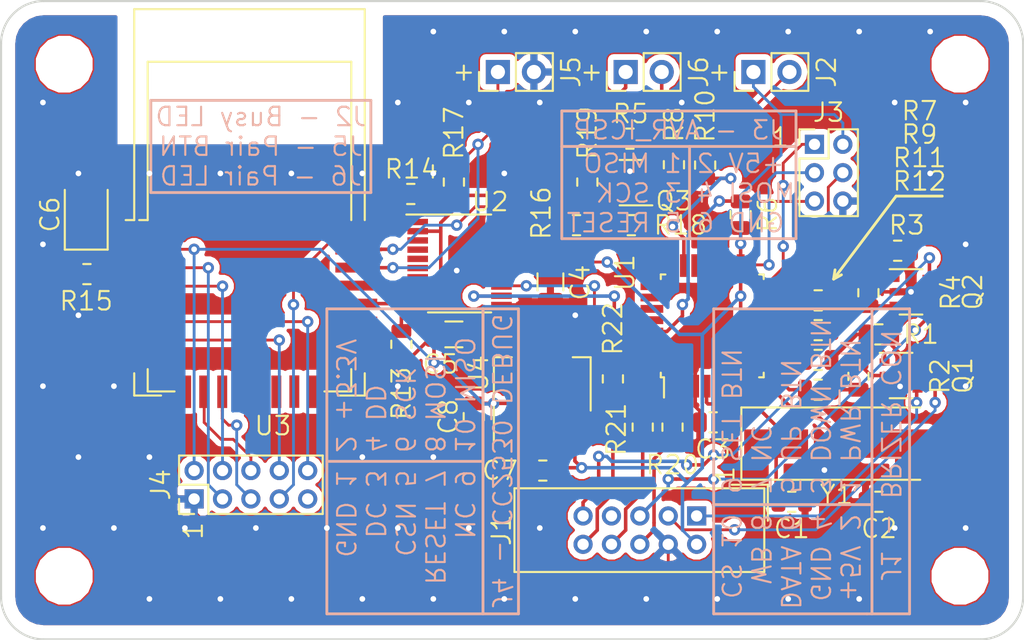
<source format=kicad_pcb>
(kicad_pcb (version 20171130) (host pcbnew 5.0.2+dfsg1-1)
  (layers (0 F.Cu signal) (31 B.Cu signal) (34 B.Paste user hide) (35 F.Paste user hide) (36 B.SilkS user hide) (37 F.SilkS user) (38 B.Mask user hide) (39 F.Mask user hide) (44 Edge.Cuts user))
  (net 0 "")
  (net 1 GND)
  (net 2 "Net-(C1-Pad2)")
  (net 3 "Net-(C2-Pad1)")
  (net 4 +5V)
  (net 5 +3V3)
  (net 6 /DATA)
  (net 7 /WB)
  (net 8 /CS)
  (net 9 /AVR_MISO)
  (net 10 /AVR_SCK)
  (net 11 /AVR_MOSI)
  (net 12 /AVR_RESET)
  (net 13 /CC2530_DC)
  (net 14 /CC2530_DD)
  (net 15 /CC2530_CSN)
  (net 16 /CC2530_SCK)
  (net 17 /CC2530_RESET)
  (net 18 /CC2530_MOSI)
  (net 19 "Net-(J4-Pad9)")
  (net 20 /CC2530_MISO)
  (net 21 "Net-(J5-Pad1)")
  (net 22 "Net-(Q1-Pad1)")
  (net 23 "Net-(Q1-Pad3)")
  (net 24 "Net-(Q2-Pad3)")
  (net 25 "Net-(Q2-Pad1)")
  (net 26 "Net-(Q3-Pad1)")
  (net 27 "Net-(Q3-Pad3)")
  (net 28 "Net-(R11-Pad2)")
  (net 29 "Net-(U1-Pad13)")
  (net 30 "Net-(U1-Pad14)")
  (net 31 "Net-(U1-Pad19)")
  (net 32 "Net-(U1-Pad20)")
  (net 33 "Net-(U1-Pad22)")
  (net 34 "Net-(R7-Pad2)")
  (net 35 "Net-(R10-Pad2)")
  (net 36 "Net-(R13-Pad2)")
  (net 37 "Net-(U1-Pad27)")
  (net 38 "Net-(U1-Pad28)")
  (net 39 /RX)
  (net 40 /TX)
  (net 41 "Net-(U2-Pad1)")
  (net 42 "Net-(U2-Pad3)")
  (net 43 "Net-(U2-Pad4)")
  (net 44 "Net-(U2-Pad5)")
  (net 45 "Net-(U2-Pad6)")
  (net 46 "Net-(U2-Pad7)")
  (net 47 "Net-(U2-Pad8)")
  (net 48 "Net-(U2-Pad9)")
  (net 49 "Net-(U2-Pad14)")
  (net 50 "Net-(U2-Pad15)")
  (net 51 "Net-(U2-Pad16)")
  (net 52 "Net-(U2-Pad17)")
  (net 53 "Net-(U2-Pad18)")
  (net 54 "Net-(U2-Pad20)")
  (net 55 "Net-(U3-Pad17)")
  (net 56 "Net-(U3-Pad18)")
  (net 57 "Net-(U3-Pad19)")
  (net 58 "Net-(U3-Pad9)")
  (net 59 "Net-(U3-Pad12)")
  (net 60 "Net-(U3-Pad13)")
  (net 61 "Net-(U3-Pad16)")
  (net 62 "Net-(U3-Pad5)")
  (net 63 "Net-(U3-Pad8)")
  (net 64 "Net-(U1-Pad26)")
  (net 65 "Net-(U1-Pad25)")
  (net 66 "Net-(U1-Pad24)")
  (net 67 /PWR_BTN)
  (net 68 /DOWN_BTN)
  (net 69 /UP_BTN)
  (net 70 /SET_BTN)
  (net 71 "Net-(J2-Pad2)")
  (net 72 "Net-(J1-Pad7)")
  (net 73 "Net-(U3-Pad15)")
  (net 74 "Net-(U3-Pad14)")
  (net 75 "Net-(R16-Pad1)")
  (net 76 "Net-(R12-Pad2)")
  (net 77 "Net-(R9-Pad2)")
  (net 78 "Net-(Q3-Pad6)")
  (net 79 "Net-(Q3-Pad4)")
  (net 80 "Net-(R22-Pad2)")
  (net 81 "Net-(R21-Pad2)")
  (net 82 "Net-(R20-Pad2)")
  (net 83 "Net-(J6-Pad2)")
  (module library:Crystal_SMD_HC49-SD (layer F.Cu) (at 172.85 100.2)
    (fp_text reference Y1 (at 0 3.6) (layer F.SilkS) (effects (font (size 1.3 1.3))))
    (fp_text value 16MHz)
    (pad 2 smd rect (at 4.25 0) (size 4.5 2) (layers F.Cu F.Paste F.Mask) (net 3 "Net-(C2-Pad1)"))
    (pad 1 smd rect (at -4.25 0) (size 4.5 2) (layers F.Cu F.Paste F.Mask) (net 2 "Net-(C1-Pad2)"))
  )
  (module library:PinHeader_2x03_P2.00mm_Vertical (layer F.Cu) (at 171.3 79.1)
    (fp_text reference J3 (at 1 -2.25) (layer F.SilkS) (effects (font (size 1.3 1.3))))
    (fp_text value AVR_ICSP)
    (pad 6 thru_hole oval (at 2 4) (size 1.35 1.35) (drill 0.8) (layers *.Cu *.Mask) (net 1 GND))
    (pad 5 thru_hole oval (at 0 4) (size 1.35 1.35) (drill 0.8) (layers *.Cu *.Mask) (net 12 /AVR_RESET))
    (pad 4 thru_hole oval (at 2 2) (size 1.35 1.35) (drill 0.8) (layers *.Cu *.Mask) (net 11 /AVR_MOSI))
    (pad 3 thru_hole oval (at 0 2) (size 1.35 1.35) (drill 0.8) (layers *.Cu *.Mask) (net 10 /AVR_SCK))
    (pad 2 thru_hole oval (at 2 0) (size 1.35 1.35) (drill 0.8) (layers *.Cu *.Mask) (net 4 +5V))
    (pad 1 thru_hole rect (at 0 0) (size 1.35 1.35) (drill 0.8) (layers *.Cu *.Mask) (net 9 /AVR_MISO))
  )
  (module library:PinHeader_2x05_P2.00mm_Vertical (layer F.Cu) (at 127.6 104.1 90)
    (fp_text reference J4 (at 1 -2.35 90) (layer F.SilkS) (effects (font (size 1.3 1.3))))
    (fp_text value CC2530_DEBUG)
    (pad 10 thru_hole oval (at 2 8 90) (size 1.35 1.35) (drill 0.8) (layers *.Cu *.Mask) (net 20 /CC2530_MISO))
    (pad 9 thru_hole oval (at 0 8 90) (size 1.35 1.35) (drill 0.8) (layers *.Cu *.Mask) (net 19 "Net-(J4-Pad9)"))
    (pad 8 thru_hole oval (at 2 6 90) (size 1.35 1.35) (drill 0.8) (layers *.Cu *.Mask) (net 18 /CC2530_MOSI))
    (pad 7 thru_hole oval (at 0 6 90) (size 1.35 1.35) (drill 0.8) (layers *.Cu *.Mask) (net 17 /CC2530_RESET))
    (pad 6 thru_hole oval (at 2 4 90) (size 1.35 1.35) (drill 0.8) (layers *.Cu *.Mask) (net 16 /CC2530_SCK))
    (pad 5 thru_hole oval (at 0 4 90) (size 1.35 1.35) (drill 0.8) (layers *.Cu *.Mask) (net 15 /CC2530_CSN))
    (pad 4 thru_hole oval (at 2 2 90) (size 1.35 1.35) (drill 0.8) (layers *.Cu *.Mask) (net 14 /CC2530_DD))
    (pad 3 thru_hole oval (at 0 2 90) (size 1.35 1.35) (drill 0.8) (layers *.Cu *.Mask) (net 13 /CC2530_DC))
    (pad 2 thru_hole oval (at 2 0 90) (size 1.35 1.35) (drill 0.8) (layers *.Cu *.Mask) (net 5 +3V3))
    (pad 1 thru_hole rect (at 0 0 90) (size 1.35 1.35) (drill 0.8) (layers *.Cu *.Mask) (net 1 GND))
  )
  (module library:SOT-223-3_TabPin2 (layer F.Cu) (at 152.124088 96.019033 90)
    (fp_text reference U4 (at 0.769033 -4.474088 90) (layer F.SilkS) (effects (font (size 1.3 1.3))))
    (fp_text value AMS1117-3.3)
    (pad 1 smd rect (at -3.15 -2.3 90) (size 2 1.5) (layers F.Cu F.Paste F.Mask) (net 1 GND))
    (pad 3 smd rect (at -3.15 2.3 90) (size 2 1.5) (layers F.Cu F.Paste F.Mask) (net 4 +5V))
    (pad 2 smd rect (at -3.15 0 90) (size 2 1.5) (layers F.Cu F.Paste F.Mask) (net 5 +3V3))
    (pad 2 smd rect (at 3.15 0 90) (size 2 3.8) (layers F.Cu F.Paste F.Mask) (net 5 +3V3))
  )
  (module library:TSOP-6_1.65x3.05mm_P0.95mm (layer F.Cu) (at 158.376969 81.802419 180)
    (fp_text reference Q3 (at -3.023031 -1.297581) (layer F.SilkS) (effects (font (size 1.3 1.3))))
    (fp_text value IRF5852TRPBF)
    (pad 6 smd rect (at 1.16 -0.95 180) (size 0.7 0.51) (layers F.Cu F.Paste F.Mask) (net 78 "Net-(Q3-Pad6)"))
    (pad 5 smd rect (at 1.16 0 180) (size 0.7 0.51) (layers F.Cu F.Paste F.Mask) (net 1 GND))
    (pad 4 smd rect (at 1.16 0.95 180) (size 0.7 0.51) (layers F.Cu F.Paste F.Mask) (net 79 "Net-(Q3-Pad4)"))
    (pad 3 smd rect (at -1.16 0.95 180) (size 0.7 0.51) (layers F.Cu F.Paste F.Mask) (net 27 "Net-(Q3-Pad3)"))
    (pad 2 smd rect (at -1.16 0 180) (size 0.7 0.51) (layers F.Cu F.Paste F.Mask) (net 1 GND))
    (pad 1 smd rect (at -1.16 -0.95 180) (size 0.7 0.51) (layers F.Cu F.Paste F.Mask) (net 26 "Net-(Q3-Pad1)"))
  )
  (module library:TSOP-6_1.65x3.05mm_P0.95mm (layer F.Cu) (at 177.4 95.4)
    (fp_text reference Q1 (at 4.35 0 90) (layer F.SilkS) (effects (font (size 1.3 1.3))))
    (fp_text value IRF5852TRPBF)
    (pad 1 smd rect (at -1.16 -0.95) (size 0.7 0.51) (layers F.Cu F.Paste F.Mask) (net 22 "Net-(Q1-Pad1)"))
    (pad 2 smd rect (at -1.16 0) (size 0.7 0.51) (layers F.Cu F.Paste F.Mask) (net 1 GND))
    (pad 3 smd rect (at -1.16 0.95) (size 0.7 0.51) (layers F.Cu F.Paste F.Mask) (net 23 "Net-(Q1-Pad3)"))
    (pad 4 smd rect (at 1.16 0.95) (size 0.7 0.51) (layers F.Cu F.Paste F.Mask) (net 67 /PWR_BTN))
    (pad 5 smd rect (at 1.16 0) (size 0.7 0.51) (layers F.Cu F.Paste F.Mask) (net 1 GND))
    (pad 6 smd rect (at 1.16 -0.95) (size 0.7 0.51) (layers F.Cu F.Paste F.Mask) (net 68 /DOWN_BTN))
  )
  (module library:TSOP-6_1.65x3.05mm_P0.95mm (layer F.Cu) (at 178.1 89.5)
    (fp_text reference Q2 (at 4.35 0 90) (layer F.SilkS) (effects (font (size 1.3 1.3))))
    (fp_text value IRF5852TRPBF)
    (pad 6 smd rect (at 1.16 -0.95) (size 0.7 0.51) (layers F.Cu F.Paste F.Mask) (net 70 /SET_BTN))
    (pad 5 smd rect (at 1.16 0) (size 0.7 0.51) (layers F.Cu F.Paste F.Mask) (net 1 GND))
    (pad 4 smd rect (at 1.16 0.95) (size 0.7 0.51) (layers F.Cu F.Paste F.Mask) (net 69 /UP_BTN))
    (pad 3 smd rect (at -1.16 0.95) (size 0.7 0.51) (layers F.Cu F.Paste F.Mask) (net 24 "Net-(Q2-Pad3)"))
    (pad 2 smd rect (at -1.16 0) (size 0.7 0.51) (layers F.Cu F.Paste F.Mask) (net 1 GND))
    (pad 1 smd rect (at -1.16 -0.95) (size 0.7 0.51) (layers F.Cu F.Paste F.Mask) (net 25 "Net-(Q2-Pad1)"))
  )
  (module library:CP_EIA-3528-21_Kemet-B (layer F.Cu) (at 120 84.0625 90)
    (fp_text reference C6 (at 0.0125 -2.55 90) (layer F.SilkS) (effects (font (size 1.3 1.3))))
    (fp_text value 10mkF)
    (pad 1 smd roundrect (at -1.5375 0 90) (size 1.325 2.35) (layers F.Cu F.Paste F.Mask) (roundrect_rratio 0.188679) (net 5 +3V3))
    (pad 2 smd roundrect (at 1.5375 0 90) (size 1.325 2.35) (layers F.Cu F.Paste F.Mask) (roundrect_rratio 0.188679) (net 1 GND))
  )
  (module library:C_1206_3216Metric (layer F.Cu) (at 152.7 88.8 270)
    (fp_text reference C4 (at 0.05 -2.1 270) (layer F.SilkS) (effects (font (size 1.3 1.3))))
    (fp_text value 0.1mkF)
    (pad 1 smd roundrect (at -1.4 0 270) (size 1.25 1.75) (layers F.Cu F.Paste F.Mask) (roundrect_rratio 0.2) (net 4 +5V))
    (pad 2 smd roundrect (at 1.4 0 270) (size 1.25 1.75) (layers F.Cu F.Paste F.Mask) (roundrect_rratio 0.2) (net 1 GND))
  )
  (module library:C_1206_3216Metric (layer F.Cu) (at 145.9 92.5)
    (fp_text reference C5 (at -0.95 2.1) (layer F.SilkS) (effects (font (size 1.3 1.3))))
    (fp_text value 0.1mkF)
    (pad 1 smd roundrect (at -1.4 0) (size 1.25 1.75) (layers F.Cu F.Paste F.Mask) (roundrect_rratio 0.2) (net 5 +3V3))
    (pad 2 smd roundrect (at 1.4 0) (size 1.25 1.75) (layers F.Cu F.Paste F.Mask) (roundrect_rratio 0.2) (net 1 GND))
  )
  (module library:C_0805_2012Metric (layer F.Cu) (at 169.7 104.3 180)
    (fp_text reference C1 (at 0 -1.9 180) (layer F.SilkS) (effects (font (size 1.3 1.3))))
    (fp_text value 22pF)
    (pad 1 smd roundrect (at -0.9375 0 180) (size 0.975 1.4) (layers F.Cu F.Paste F.Mask) (net 1 GND))
    (pad 2 smd roundrect (at 0.9375 0 180) (size 0.975 1.4) (layers F.Cu F.Paste F.Mask) (net 2 "Net-(C1-Pad2)"))
  )
  (module library:C_0805_2012Metric (layer F.Cu) (at 164.1625 98.7 180)
    (fp_text reference C3 (at 0.0125 -1.9 180) (layer F.SilkS) (effects (font (size 1.3 1.3))))
    (fp_text value 10mkF)
    (pad 1 smd roundrect (at -0.9375 0 180) (size 0.975 1.4) (layers F.Cu F.Paste F.Mask) (net 4 +5V))
    (pad 2 smd roundrect (at 0.9375 0 180) (size 0.975 1.4) (layers F.Cu F.Paste F.Mask) (net 1 GND))
  )
  (module library:C_0805_2012Metric (layer F.Cu) (at 152.1625 102.1 180)
    (fp_text reference C7 (at 3.0125 0 180) (layer F.SilkS) (effects (font (size 1.3 1.3))))
    (fp_text value 10mkF)
    (pad 1 smd roundrect (at -0.9375 0 180) (size 0.975 1.4) (layers F.Cu F.Paste F.Mask) (net 4 +5V))
    (pad 2 smd roundrect (at 0.9375 0 180) (size 0.975 1.4) (layers F.Cu F.Paste F.Mask) (net 1 GND))
  )
  (module library:C_0805_2012Metric (layer F.Cu) (at 147.3 98.3 270)
    (fp_text reference C8 (at 0 1.8 270) (layer F.SilkS) (effects (font (size 1.3 1.3))))
    (fp_text value 22mkF)
    (pad 1 smd roundrect (at -0.9375 0 270) (size 0.975 1.4) (layers F.Cu F.Paste F.Mask) (net 5 +3V3))
    (pad 2 smd roundrect (at 0.9375 0 270) (size 0.975 1.4) (layers F.Cu F.Paste F.Mask) (net 1 GND))
  )
  (module library:C_0805_2012Metric (layer F.Cu) (at 175.8375 104.3 180)
    (fp_text reference C2 (at -0.0125 -1.9 180) (layer F.SilkS) (effects (font (size 1.3 1.3))))
    (fp_text value 22pF)
    (pad 1 smd roundrect (at -0.9375 0 180) (size 0.975 1.4) (layers F.Cu F.Paste F.Mask) (net 3 "Net-(C2-Pad1)"))
    (pad 2 smd roundrect (at 0.9375 0 180) (size 0.975 1.4) (layers F.Cu F.Paste F.Mask) (net 1 GND))
  )
  (module library:R_0805_2012Metric (layer F.Cu) (at 177.1625 86.6 180)
    (fp_text reference R3 (at -0.6375 1.8 180) (layer F.SilkS) (effects (font (size 1.3 1.3))))
    (fp_text value 10KOhm)
    (pad 1 smd roundrect (at -0.9375 0 180) (size 0.975 1.4) (layers F.Cu F.Paste F.Mask) (net 1 GND))
    (pad 2 smd roundrect (at 0.9375 0 180) (size 0.975 1.4) (layers F.Cu F.Paste F.Mask) (net 25 "Net-(Q2-Pad1)"))
  )
  (module library:R_0805_2012Metric (layer F.Cu) (at 175.1 89.5625 270)
    (fp_text reference R4 (at -0.0125 -5.8 270) (layer F.SilkS) (effects (font (size 1.3 1.3))))
    (fp_text value 10KOhm)
    (pad 1 smd roundrect (at -0.9375 0 270) (size 0.975 1.4) (layers F.Cu F.Paste F.Mask) (net 1 GND))
    (pad 2 smd roundrect (at 0.9375 0 270) (size 0.975 1.4) (layers F.Cu F.Paste F.Mask) (net 24 "Net-(Q2-Pad3)"))
  )
  (module library:R_0805_2012Metric (layer F.Cu) (at 158.3 78.7 180)
    (fp_text reference R5 (at -0.05 1.75 180) (layer F.SilkS) (effects (font (size 1.3 1.3))))
    (fp_text value 330Ohm)
    (pad 1 smd roundrect (at -0.9375 0 180) (size 0.975 1.4) (layers F.Cu F.Paste F.Mask) (net 71 "Net-(J2-Pad2)"))
    (pad 2 smd roundrect (at 0.9375 0 180) (size 0.975 1.4) (layers F.Cu F.Paste F.Mask) (net 79 "Net-(Q3-Pad4)"))
  )
  (module library:R_0805_2012Metric (layer F.Cu) (at 166.1 84.0625 90)
    (fp_text reference R6 (at 0.0125 1.9 90) (layer F.SilkS) (effects (font (size 1.3 1.3))))
    (fp_text value 10KOhm)
    (pad 1 smd roundrect (at -0.9375 0 90) (size 0.975 1.4) (layers F.Cu F.Paste F.Mask) (net 4 +5V))
    (pad 2 smd roundrect (at 0.9375 0 90) (size 0.975 1.4) (layers F.Cu F.Paste F.Mask) (net 12 /AVR_RESET))
  )
  (module library:R_0805_2012Metric (layer F.Cu) (at 171.5625 90.1 180)
    (fp_text reference R7 (at -7.1375 13.35 180) (layer F.SilkS) (effects (font (size 1.3 1.3))))
    (fp_text value 1KOhm)
    (pad 1 smd roundrect (at -0.9375 0 180) (size 0.975 1.4) (layers F.Cu F.Paste F.Mask) (net 25 "Net-(Q2-Pad1)"))
    (pad 2 smd roundrect (at 0.9375 0 180) (size 0.975 1.4) (layers F.Cu F.Paste F.Mask) (net 34 "Net-(R7-Pad2)"))
  )
  (module library:R_0805_2012Metric (layer F.Cu) (at 161.4 80.5375 90)
    (fp_text reference R8 (at 2.8375 0 90) (layer F.SilkS) (effects (font (size 1.3 1.3))))
    (fp_text value 10KOhm)
    (pad 1 smd roundrect (at -0.9375 0 90) (size 0.975 1.4) (layers F.Cu F.Paste F.Mask) (net 1 GND))
    (pad 2 smd roundrect (at 0.9375 0 90) (size 0.975 1.4) (layers F.Cu F.Paste F.Mask) (net 27 "Net-(Q3-Pad3)"))
  )
  (module library:R_0805_2012Metric (layer F.Cu) (at 171.5625 92.2 180)
    (fp_text reference R9 (at -7.1375 13.8 180) (layer F.SilkS) (effects (font (size 1.3 1.3))))
    (fp_text value 1KOhm)
    (pad 1 smd roundrect (at -0.9375 0 180) (size 0.975 1.4) (layers F.Cu F.Paste F.Mask) (net 24 "Net-(Q2-Pad3)"))
    (pad 2 smd roundrect (at 0.9375 0 180) (size 0.975 1.4) (layers F.Cu F.Paste F.Mask) (net 77 "Net-(R9-Pad2)"))
  )
  (module library:R_0805_2012Metric (layer F.Cu) (at 175.8375 92.5 180)
    (fp_text reference R1 (at -2.9625 0 180) (layer F.SilkS) (effects (font (size 1.3 1.3))))
    (fp_text value 10KOhm)
    (pad 1 smd roundrect (at -0.9375 0 180) (size 0.975 1.4) (layers F.Cu F.Paste F.Mask) (net 1 GND))
    (pad 2 smd roundrect (at 0.9375 0 180) (size 0.975 1.4) (layers F.Cu F.Paste F.Mask) (net 22 "Net-(Q1-Pad1)"))
  )
  (module library:R_0805_2012Metric (layer F.Cu) (at 171.5625 94.3 180)
    (fp_text reference R11 (at -7.1375 14.25 180) (layer F.SilkS) (effects (font (size 1.3 1.3))))
    (fp_text value 1KOhm)
    (pad 1 smd roundrect (at -0.9375 0 180) (size 0.975 1.4) (layers F.Cu F.Paste F.Mask) (net 22 "Net-(Q1-Pad1)"))
    (pad 2 smd roundrect (at 0.9375 0 180) (size 0.975 1.4) (layers F.Cu F.Paste F.Mask) (net 28 "Net-(R11-Pad2)"))
  )
  (module library:R_0805_2012Metric (layer F.Cu) (at 171.5625 96.4 180)
    (fp_text reference R12 (at -7.1375 14.7 180) (layer F.SilkS) (effects (font (size 1.3 1.3))))
    (fp_text value 1KOhm)
    (pad 1 smd roundrect (at -0.9375 0 180) (size 0.975 1.4) (layers F.Cu F.Paste F.Mask) (net 23 "Net-(Q1-Pad3)"))
    (pad 2 smd roundrect (at 0.9375 0 180) (size 0.975 1.4) (layers F.Cu F.Paste F.Mask) (net 76 "Net-(R12-Pad2)"))
  )
  (module library:R_0805_2012Metric (layer F.Cu) (at 142.2 93.2 90)
    (fp_text reference R13 (at -3.4625 0 90) (layer F.SilkS) (effects (font (size 1.3 1.3))))
    (fp_text value 1KOhm)
    (pad 1 smd roundrect (at -0.9375 0 90) (size 0.975 1.4) (layers F.Cu F.Paste F.Mask) (net 5 +3V3))
    (pad 2 smd roundrect (at 0.9375 0 90) (size 0.975 1.4) (layers F.Cu F.Paste F.Mask) (net 36 "Net-(R13-Pad2)"))
  )
  (module library:R_0805_2012Metric (layer F.Cu) (at 142.8625 82.6)
    (fp_text reference R14 (at 0.0375 -1.75) (layer F.SilkS) (effects (font (size 1.3 1.3))))
    (fp_text value 10KOhm)
    (pad 1 smd roundrect (at -0.9375 0) (size 0.975 1.4) (layers F.Cu F.Paste F.Mask) (net 17 /CC2530_RESET))
    (pad 2 smd roundrect (at 0.9375 0) (size 0.975 1.4) (layers F.Cu F.Paste F.Mask) (net 5 +3V3))
  )
  (module library:R_0805_2012Metric (layer F.Cu) (at 120.05 88.25 180)
    (fp_text reference R15 (at 0.05 -1.9 180) (layer F.SilkS) (effects (font (size 1.3 1.3))))
    (fp_text value 1KOhm)
    (pad 1 smd roundrect (at -0.9375 0 180) (size 0.975 1.4) (layers F.Cu F.Paste F.Mask) (net 13 /CC2530_DC))
    (pad 2 smd roundrect (at 0.9375 0 180) (size 0.975 1.4) (layers F.Cu F.Paste F.Mask) (net 5 +3V3))
  )
  (module library:R_0805_2012Metric (layer F.Cu) (at 154.5375 84.8)
    (fp_text reference R16 (at -2.4875 -0.85 90) (layer F.SilkS) (effects (font (size 1.3 1.3))))
    (fp_text value 1KOhm)
    (pad 1 smd roundrect (at -0.9375 0) (size 0.975 1.4) (layers F.Cu F.Paste F.Mask) (net 75 "Net-(R16-Pad1)"))
    (pad 2 smd roundrect (at 0.9375 0) (size 0.975 1.4) (layers F.Cu F.Paste F.Mask) (net 26 "Net-(Q3-Pad1)"))
  )
  (module library:R_0805_2012Metric (layer F.Cu) (at 145.9 81.7625 90)
    (fp_text reference R17 (at 3.4625 0 90) (layer F.SilkS) (effects (font (size 1.3 1.3))))
    (fp_text value 10KOhm)
    (pad 1 smd roundrect (at -0.9375 0 90) (size 0.975 1.4) (layers F.Cu F.Paste F.Mask) (net 5 +3V3))
    (pad 2 smd roundrect (at 0.9375 0 90) (size 0.975 1.4) (layers F.Cu F.Paste F.Mask) (net 21 "Net-(J5-Pad1)"))
  )
  (module library:R_0805_2012Metric (layer F.Cu) (at 157.1 95.6375 90)
    (fp_text reference R22 (at 3.5375 0 90) (layer F.SilkS) (effects (font (size 1.3 1.3))))
    (fp_text value 1KOhm)
    (pad 1 smd roundrect (at -0.9375 0 90) (size 0.975 1.4) (layers F.Cu F.Paste F.Mask) (net 8 /CS))
    (pad 2 smd roundrect (at 0.9375 0 90) (size 0.975 1.4) (layers F.Cu F.Paste F.Mask) (net 80 "Net-(R22-Pad2)"))
  )
  (module library:R_0805_2012Metric (layer F.Cu) (at 159.2 99.0375 90)
    (fp_text reference R21 (at -0.1625 -1.85 270) (layer F.SilkS) (effects (font (size 1.3 1.3))))
    (fp_text value 1KOhm)
    (pad 1 smd roundrect (at -0.9375 0 90) (size 0.975 1.4) (layers F.Cu F.Paste F.Mask) (net 7 /WB))
    (pad 2 smd roundrect (at 0.9375 0 90) (size 0.975 1.4) (layers F.Cu F.Paste F.Mask) (net 81 "Net-(R21-Pad2)"))
  )
  (module library:R_0805_2012Metric (layer F.Cu) (at 158.4 84.8 180)
    (fp_text reference R18 (at -3.4625 0 180) (layer F.SilkS) (effects (font (size 1.3 1.3))))
    (fp_text value 10KOhm)
    (pad 1 smd roundrect (at -0.9375 0 180) (size 0.975 1.4) (layers F.Cu F.Paste F.Mask) (net 26 "Net-(Q3-Pad1)"))
    (pad 2 smd roundrect (at 0.9375 0 180) (size 0.975 1.4) (layers F.Cu F.Paste F.Mask) (net 1 GND))
  )
  (module library:R_0805_2012Metric (layer F.Cu) (at 155.3 81.7625 270)
    (fp_text reference R19 (at -3.4625 0 270) (layer F.SilkS) (effects (font (size 1.3 1.3))))
    (fp_text value 160Ohm)
    (pad 1 smd roundrect (at -0.9375 0 270) (size 0.975 1.4) (layers F.Cu F.Paste F.Mask) (net 83 "Net-(J6-Pad2)"))
    (pad 2 smd roundrect (at 0.9375 0 270) (size 0.975 1.4) (layers F.Cu F.Paste F.Mask) (net 78 "Net-(Q3-Pad6)"))
  )
  (module library:R_0805_2012Metric (layer F.Cu) (at 161.3 99.0375 90)
    (fp_text reference R20 (at -2.6625 0 180) (layer F.SilkS) (effects (font (size 1.3 1.3))))
    (fp_text value 1KOhm)
    (pad 1 smd roundrect (at -0.9375 0 90) (size 0.975 1.4) (layers F.Cu F.Paste F.Mask) (net 6 /DATA))
    (pad 2 smd roundrect (at 0.9375 0 90) (size 0.975 1.4) (layers F.Cu F.Paste F.Mask) (net 82 "Net-(R20-Pad2)"))
  )
  (module library:R_0805_2012Metric (layer F.Cu) (at 163.6 80.5625 270)
    (fp_text reference R10 (at -3.4625 0 270) (layer F.SilkS) (effects (font (size 1.3 1.3))))
    (fp_text value 1KOhm)
    (pad 1 smd roundrect (at -0.9375 0 270) (size 0.975 1.4) (layers F.Cu F.Paste F.Mask) (net 27 "Net-(Q3-Pad3)"))
    (pad 2 smd roundrect (at 0.9375 0 270) (size 0.975 1.4) (layers F.Cu F.Paste F.Mask) (net 35 "Net-(R10-Pad2)"))
  )
  (module library:R_0805_2012Metric (layer F.Cu) (at 174.4 95.4625 270)
    (fp_text reference R2 (at -0.0125 -5.75 270) (layer F.SilkS) (effects (font (size 1.3 1.3))))
    (fp_text value 10KOhm)
    (pad 1 smd roundrect (at -0.9375 0 270) (size 0.975 1.4) (layers F.Cu F.Paste F.Mask) (net 1 GND))
    (pad 2 smd roundrect (at 0.9375 0 270) (size 0.975 1.4) (layers F.Cu F.Paste F.Mask) (net 23 "Net-(Q1-Pad3)"))
  )
  (module library:IDC-Header_2x05_P2mm_Vertical (layer F.Cu) (at 163 105.3 270)
    (fp_text reference J1 (at 1 13.75 270) (layer F.SilkS) (effects (font (size 1.3 1.3))))
    (fp_text value BRIZER_CON)
    (pad 10 thru_hole circle (at 2 8 270) (size 1.35 1.35) (drill 0.8) (layers *.Cu *.Mask) (net 8 /CS))
    (pad 9 thru_hole circle (at 0 8 270) (size 1.35 1.35) (drill 0.8) (layers *.Cu *.Mask) (net 70 /SET_BTN))
    (pad 8 thru_hole circle (at 2 6 270) (size 1.35 1.35) (drill 0.8) (layers *.Cu *.Mask) (net 7 /WB))
    (pad 7 thru_hole circle (at 0 6 270) (size 1.35 1.35) (drill 0.8) (layers *.Cu *.Mask) (net 72 "Net-(J1-Pad7)"))
    (pad 6 thru_hole circle (at 2 4 270) (size 1.35 1.35) (drill 0.8) (layers *.Cu *.Mask) (net 6 /DATA))
    (pad 5 thru_hole circle (at 0 4 270) (size 1.35 1.35) (drill 0.8) (layers *.Cu *.Mask) (net 69 /UP_BTN))
    (pad 4 thru_hole circle (at 2 2 270) (size 1.35 1.35) (drill 0.8) (layers *.Cu *.Mask) (net 1 GND))
    (pad 3 thru_hole circle (at 0 2 270) (size 1.35 1.35) (drill 0.8) (layers *.Cu *.Mask) (net 68 /DOWN_BTN))
    (pad 2 thru_hole circle (at 2 0 270) (size 1.35 1.35) (drill 0.8) (layers *.Cu *.Mask) (net 4 +5V))
    (pad 1 thru_hole rect (at 0 0 270) (size 1.35 1.35) (drill 0.8) (layers *.Cu *.Mask) (net 67 /PWR_BTN))
  )
  (module library:E18-MS1PA1-PCB (layer F.Cu) (at 131.5 84.9)
    (fp_text reference U3 (at 1.65 14.05 180) (layer F.SilkS) (effects (font (size 1.3 1.3))))
    (fp_text value E18-MS1-PCB)
    (pad 17 smd rect (at 7.525 9.24 90) (size 0.7 2.95) (layers F.Cu F.Paste F.Mask) (net 55 "Net-(U3-Pad17)"))
    (pad 18 smd rect (at 7.525 7.97 90) (size 0.7 2.95) (layers F.Cu F.Paste F.Mask) (net 56 "Net-(U3-Pad18)"))
    (pad 19 smd rect (at 7.525 6.7 90) (size 0.7 2.95) (layers F.Cu F.Paste F.Mask) (net 57 "Net-(U3-Pad19)"))
    (pad 20 smd rect (at 7.525 5.43 90) (size 0.7 2.95) (layers F.Cu F.Paste F.Mask) (net 48 "Net-(U2-Pad9)"))
    (pad 21 smd rect (at 7.525 4.16 90) (size 0.7 2.95) (layers F.Cu F.Paste F.Mask) (net 47 "Net-(U2-Pad8)"))
    (pad 22 smd rect (at 7.525 2.89 90) (size 0.7 2.95) (layers F.Cu F.Paste F.Mask) (net 21 "Net-(J5-Pad1)"))
    (pad 23 smd rect (at 7.525 1.62 90) (size 0.7 2.95) (layers F.Cu F.Paste F.Mask) (net 75 "Net-(R16-Pad1)"))
    (pad 24 smd rect (at 7.525 0.35 90) (size 0.7 2.95) (layers F.Cu F.Paste F.Mask) (net 17 /CC2530_RESET))
    (pad 9 smd rect (at -4.46 11.645 180) (size 0.7 2.29) (layers F.Cu F.Paste F.Mask) (net 58 "Net-(U3-Pad9)"))
    (pad 10 smd rect (at -3.19 11.645 180) (size 0.7 2.29) (layers F.Cu F.Paste F.Mask) (net 16 /CC2530_SCK))
    (pad 11 smd rect (at -1.92 11.645 180) (size 0.7 2.29) (layers F.Cu F.Paste F.Mask) (net 15 /CC2530_CSN))
    (pad 12 smd rect (at -0.65 11.645 180) (size 0.7 2.29) (layers F.Cu F.Paste F.Mask) (net 59 "Net-(U3-Pad12)"))
    (pad 13 smd rect (at 0.62 11.645 180) (size 0.7 2.29) (layers F.Cu F.Paste F.Mask) (net 60 "Net-(U3-Pad13)"))
    (pad 14 smd rect (at 1.89 11.645 180) (size 0.7 2.29) (layers F.Cu F.Paste F.Mask) (net 74 "Net-(U3-Pad14)"))
    (pad 15 smd rect (at 3.16 11.635 180) (size 0.7 2.29) (layers F.Cu F.Paste F.Mask) (net 73 "Net-(U3-Pad15)"))
    (pad 16 smd rect (at 4.43 11.645 180) (size 0.7 2.29) (layers F.Cu F.Paste F.Mask) (net 61 "Net-(U3-Pad16)"))
    (pad 1 smd rect (at -7.525 0.35 270) (size 0.7 2.95) (layers F.Cu F.Paste F.Mask) (net 1 GND))
    (pad 2 smd rect (at -7.525 1.62 270) (size 0.7 2.95) (layers F.Cu F.Paste F.Mask) (net 5 +3V3))
    (pad 3 smd rect (at -7.525 2.89 270) (size 0.7 2.95) (layers F.Cu F.Paste F.Mask) (net 13 /CC2530_DC))
    (pad 4 smd rect (at -7.525 4.16 270) (size 0.7 2.95) (layers F.Cu F.Paste F.Mask) (net 14 /CC2530_DD))
    (pad 5 smd rect (at -7.525 5.43 270) (size 0.7 2.95) (layers F.Cu F.Paste F.Mask) (net 62 "Net-(U3-Pad5)"))
    (pad 6 smd rect (at -7.525 6.7 270) (size 0.7 2.95) (layers F.Cu F.Paste F.Mask) (net 20 /CC2530_MISO))
    (pad 7 smd rect (at -7.525 7.97 270) (size 0.7 2.95) (layers F.Cu F.Paste F.Mask) (net 18 /CC2530_MOSI))
    (pad 8 smd rect (at -7.525 9.24 270) (size 0.7 2.95) (layers F.Cu F.Paste F.Mask) (net 63 "Net-(U3-Pad8)"))
  )
  (module library:PinHeader_1x02_P2.54mm_Vertical (layer F.Cu) (at 167 74 90)
    (fp_text reference J2 (at 0 5.15 90) (layer F.SilkS) (effects (font (size 1.3 1.3))))
    (fp_text value "Busy LED")
    (pad 2 thru_hole oval (at 0 2.54 90) (size 1.7 1.7) (drill 1) (layers *.Cu *.Mask) (net 71 "Net-(J2-Pad2)"))
    (pad 1 thru_hole rect (at 0 0 90) (size 1.7 1.7) (drill 1) (layers *.Cu *.Mask) (net 4 +5V))
  )
  (module library:PinHeader_1x02_P2.54mm_Vertical (layer F.Cu) (at 149 74 90)
    (fp_text reference J5 (at 0 5.15 90) (layer F.SilkS) (effects (font (size 1.3 1.3))))
    (fp_text value "Pair Button")
    (pad 2 thru_hole oval (at 0 2.54 90) (size 1.7 1.7) (drill 1) (layers *.Cu *.Mask) (net 1 GND))
    (pad 1 thru_hole rect (at 0 0 90) (size 1.7 1.7) (drill 1) (layers *.Cu *.Mask) (net 21 "Net-(J5-Pad1)"))
  )
  (module library:PinHeader_1x02_P2.54mm_Vertical (layer F.Cu) (at 158 74 90)
    (fp_text reference J6 (at 0 5.15 90) (layer F.SilkS) (effects (font (size 1.3 1.3))))
    (fp_text value "Pair LED")
    (pad 2 thru_hole oval (at 0 2.54 90) (size 1.7 1.7) (drill 1) (layers *.Cu *.Mask) (net 83 "Net-(J6-Pad2)"))
    (pad 1 thru_hole rect (at 0 0 90) (size 1.7 1.7) (drill 1) (layers *.Cu *.Mask) (net 5 +3V3))
  )
  (module Package_QFP:TQFP-32_7x7mm_P0.8mm (layer F.Cu) (at 164.1 91.9 90)
    (fp_text reference U1 (at 3.75 -6.15 90) (layer F.SilkS) (effects (font (size 1.3 1.3))))
    (fp_text value ATmega328P-AU)
    (pad 32 smd rect (at -2.8 -4.25 180) (size 1.6 0.55) (layers F.Cu F.Paste F.Mask) (net 80 "Net-(R22-Pad2)"))
    (pad 31 smd rect (at -2 -4.25 180) (size 1.6 0.55) (layers F.Cu F.Paste F.Mask) (net 40 /TX))
    (pad 30 smd rect (at -1.2 -4.25 180) (size 1.6 0.55) (layers F.Cu F.Paste F.Mask) (net 39 /RX))
    (pad 29 smd rect (at -0.4 -4.25 180) (size 1.6 0.55) (layers F.Cu F.Paste F.Mask) (net 12 /AVR_RESET))
    (pad 28 smd rect (at 0.4 -4.25 180) (size 1.6 0.55) (layers F.Cu F.Paste F.Mask) (net 38 "Net-(U1-Pad28)"))
    (pad 27 smd rect (at 1.2 -4.25 180) (size 1.6 0.55) (layers F.Cu F.Paste F.Mask) (net 37 "Net-(U1-Pad27)"))
    (pad 26 smd rect (at 2 -4.25 180) (size 1.6 0.55) (layers F.Cu F.Paste F.Mask) (net 64 "Net-(U1-Pad26)"))
    (pad 25 smd rect (at 2.8 -4.25 180) (size 1.6 0.55) (layers F.Cu F.Paste F.Mask) (net 65 "Net-(U1-Pad25)"))
    (pad 24 smd rect (at 4.25 -2.8 90) (size 1.6 0.55) (layers F.Cu F.Paste F.Mask) (net 66 "Net-(U1-Pad24)"))
    (pad 23 smd rect (at 4.25 -2 90) (size 1.6 0.55) (layers F.Cu F.Paste F.Mask) (net 35 "Net-(R10-Pad2)"))
    (pad 22 smd rect (at 4.25 -1.2 90) (size 1.6 0.55) (layers F.Cu F.Paste F.Mask) (net 33 "Net-(U1-Pad22)"))
    (pad 21 smd rect (at 4.25 -0.4 90) (size 1.6 0.55) (layers F.Cu F.Paste F.Mask) (net 1 GND))
    (pad 20 smd rect (at 4.25 0.4 90) (size 1.6 0.55) (layers F.Cu F.Paste F.Mask) (net 32 "Net-(U1-Pad20)"))
    (pad 19 smd rect (at 4.25 1.2 90) (size 1.6 0.55) (layers F.Cu F.Paste F.Mask) (net 31 "Net-(U1-Pad19)"))
    (pad 18 smd rect (at 4.25 2 90) (size 1.6 0.55) (layers F.Cu F.Paste F.Mask) (net 4 +5V))
    (pad 17 smd rect (at 4.25 2.8 90) (size 1.6 0.55) (layers F.Cu F.Paste F.Mask) (net 10 /AVR_SCK))
    (pad 16 smd rect (at 2.8 4.25 180) (size 1.6 0.55) (layers F.Cu F.Paste F.Mask) (net 9 /AVR_MISO))
    (pad 15 smd rect (at 2 4.25 180) (size 1.6 0.55) (layers F.Cu F.Paste F.Mask) (net 11 /AVR_MOSI))
    (pad 14 smd rect (at 1.2 4.25 180) (size 1.6 0.55) (layers F.Cu F.Paste F.Mask) (net 30 "Net-(U1-Pad14)"))
    (pad 13 smd rect (at 0.4 4.25 180) (size 1.6 0.55) (layers F.Cu F.Paste F.Mask) (net 29 "Net-(U1-Pad13)"))
    (pad 12 smd rect (at -0.4 4.25 180) (size 1.6 0.55) (layers F.Cu F.Paste F.Mask) (net 34 "Net-(R7-Pad2)"))
    (pad 11 smd rect (at -1.2 4.25 180) (size 1.6 0.55) (layers F.Cu F.Paste F.Mask) (net 77 "Net-(R9-Pad2)"))
    (pad 10 smd rect (at -2 4.25 180) (size 1.6 0.55) (layers F.Cu F.Paste F.Mask) (net 28 "Net-(R11-Pad2)"))
    (pad 9 smd rect (at -2.8 4.25 180) (size 1.6 0.55) (layers F.Cu F.Paste F.Mask) (net 76 "Net-(R12-Pad2)"))
    (pad 8 smd rect (at -4.25 2.8 90) (size 1.6 0.55) (layers F.Cu F.Paste F.Mask) (net 3 "Net-(C2-Pad1)"))
    (pad 7 smd rect (at -4.25 2 90) (size 1.6 0.55) (layers F.Cu F.Paste F.Mask) (net 2 "Net-(C1-Pad2)"))
    (pad 6 smd rect (at -4.25 1.2 90) (size 1.6 0.55) (layers F.Cu F.Paste F.Mask) (net 4 +5V))
    (pad 5 smd rect (at -4.25 0.4 90) (size 1.6 0.55) (layers F.Cu F.Paste F.Mask) (net 1 GND))
    (pad 4 smd rect (at -4.25 -0.4 90) (size 1.6 0.55) (layers F.Cu F.Paste F.Mask) (net 4 +5V))
    (pad 3 smd rect (at -4.25 -1.2 90) (size 1.6 0.55) (layers F.Cu F.Paste F.Mask) (net 1 GND))
    (pad 2 smd rect (at -4.25 -2 90) (size 1.6 0.55) (layers F.Cu F.Paste F.Mask) (net 82 "Net-(R20-Pad2)"))
    (pad 1 smd rect (at -4.25 -2.8 90) (size 1.6 0.55) (layers F.Cu F.Paste F.Mask) (net 81 "Net-(R21-Pad2)"))
  )
  (module Package_SO:TSSOP-20_4.4x6.5mm_P0.65mm (layer F.Cu) (at 146.3 87.5)
    (fp_text reference U2 (at 2.15 -4.35) (layer F.SilkS) (effects (font (size 1.3 1.3))))
    (fp_text value TXS0108EPW)
    (pad 20 smd rect (at 2.95 -2.925) (size 1.45 0.45) (layers F.Cu F.Paste F.Mask) (net 54 "Net-(U2-Pad20)"))
    (pad 19 smd rect (at 2.95 -2.275) (size 1.45 0.45) (layers F.Cu F.Paste F.Mask) (net 4 +5V))
    (pad 18 smd rect (at 2.95 -1.625) (size 1.45 0.45) (layers F.Cu F.Paste F.Mask) (net 53 "Net-(U2-Pad18)"))
    (pad 17 smd rect (at 2.95 -0.975) (size 1.45 0.45) (layers F.Cu F.Paste F.Mask) (net 52 "Net-(U2-Pad17)"))
    (pad 16 smd rect (at 2.95 -0.325) (size 1.45 0.45) (layers F.Cu F.Paste F.Mask) (net 51 "Net-(U2-Pad16)"))
    (pad 15 smd rect (at 2.95 0.325) (size 1.45 0.45) (layers F.Cu F.Paste F.Mask) (net 50 "Net-(U2-Pad15)"))
    (pad 14 smd rect (at 2.95 0.975) (size 1.45 0.45) (layers F.Cu F.Paste F.Mask) (net 49 "Net-(U2-Pad14)"))
    (pad 13 smd rect (at 2.95 1.625) (size 1.45 0.45) (layers F.Cu F.Paste F.Mask) (net 40 /TX))
    (pad 12 smd rect (at 2.95 2.275) (size 1.45 0.45) (layers F.Cu F.Paste F.Mask) (net 39 /RX))
    (pad 11 smd rect (at 2.95 2.925) (size 1.45 0.45) (layers F.Cu F.Paste F.Mask) (net 1 GND))
    (pad 10 smd rect (at -2.95 2.925) (size 1.45 0.45) (layers F.Cu F.Paste F.Mask) (net 36 "Net-(R13-Pad2)"))
    (pad 9 smd rect (at -2.95 2.275) (size 1.45 0.45) (layers F.Cu F.Paste F.Mask) (net 48 "Net-(U2-Pad9)"))
    (pad 8 smd rect (at -2.95 1.625) (size 1.45 0.45) (layers F.Cu F.Paste F.Mask) (net 47 "Net-(U2-Pad8)"))
    (pad 7 smd rect (at -2.95 0.975) (size 1.45 0.45) (layers F.Cu F.Paste F.Mask) (net 46 "Net-(U2-Pad7)"))
    (pad 6 smd rect (at -2.95 0.325) (size 1.45 0.45) (layers F.Cu F.Paste F.Mask) (net 45 "Net-(U2-Pad6)"))
    (pad 5 smd rect (at -2.95 -0.325) (size 1.45 0.45) (layers F.Cu F.Paste F.Mask) (net 44 "Net-(U2-Pad5)"))
    (pad 4 smd rect (at -2.95 -0.975) (size 1.45 0.45) (layers F.Cu F.Paste F.Mask) (net 43 "Net-(U2-Pad4)"))
    (pad 3 smd rect (at -2.95 -1.625) (size 1.45 0.45) (layers F.Cu F.Paste F.Mask) (net 42 "Net-(U2-Pad3)"))
    (pad 2 smd rect (at -2.95 -2.275) (size 1.45 0.45) (layers F.Cu F.Paste F.Mask) (net 5 +3V3))
    (pad 1 smd rect (at -2.95 -2.925) (size 1.45 0.45) (layers F.Cu F.Paste F.Mask) (net 41 "Net-(U2-Pad1)"))
  )
  (module MountingHole:MountingHole_3.2mm_M3 (layer F.Cu) (at 181.55 73.45)
    (fp_text reference "" (at 0 -4.2) (layer F.SilkS))
    (fp_text value MountingHole_3.2mm_M3)
    (pad 1 np_thru_hole circle (at 0 0) (size 3.2 3.2) (drill 3.2) (layers *.Cu *.Mask))
  )
  (module MountingHole:MountingHole_3.2mm_M3 (layer F.Cu) (at 181.55 109.55)
    (fp_text reference "" (at 0 -4.2) (layer F.SilkS))
    (fp_text value MountingHole_3.2mm_M3)
    (pad 1 np_thru_hole circle (at 0 0) (size 3.2 3.2) (drill 3.2) (layers *.Cu *.Mask))
  )
  (module MountingHole:MountingHole_3.2mm_M3 (layer F.Cu) (at 118.45 109.55)
    (fp_text reference "" (at 0 -4.2) (layer F.SilkS))
    (fp_text value MountingHole_3.2mm_M3)
    (pad 1 np_thru_hole circle (at 0 0) (size 3.2 3.2) (drill 3.2) (layers *.Cu *.Mask))
  )
  (module MountingHole:MountingHole_3.2mm_M3 (layer F.Cu) (at 118.45 73.45)
    (fp_text reference "" (at 0 -4.2) (layer F.SilkS))
    (fp_text value MountingHole_3.2mm_M3)
    (pad 1 np_thru_hole circle (at 0 0) (size 3.2 3.2) (drill 3.2) (layers *.Cu *.Mask))
  )
  (gr_line (start 140.05 82.5) (end 140.05 76) (layer B.SilkS) (width 0.2))
  (gr_line (start 124.55 82.5) (end 140.05 82.5) (layer B.SilkS) (width 0.2))
  (gr_line (start 124.55 76) (end 124.55 82.5) (layer B.SilkS) (width 0.2))
  (gr_line (start 140.05 76) (end 124.55 76) (layer B.SilkS) (width 0.2))
  (gr_text "J2 - Busy LED\nJ5 - Pair BTN\nJ6 - Pair LED" (at 132.3 79.25) (layer B.SilkS) (effects (font (size 1.3 1.3)) (justify mirror)))
  (gr_text + (at 164.6 73.95) (layer F.SilkS) (effects (font (size 1.3 1.3))))
  (gr_text + (at 155.6 73.95) (layer F.SilkS) (effects (font (size 1.3 1.3))))
  (gr_text + (at 146.6 73.95) (layer F.SilkS) (effects (font (size 1.3 1.3))))
  (gr_line (start 147.95 101.45) (end 136.95 101.45) (layer B.SilkS) (width 0.2))
  (gr_line (start 147.95 90.7) (end 147.95 101.45) (layer B.SilkS) (width 0.2))
  (gr_line (start 147.95 112.2) (end 147.95 90.7) (layer B.SilkS) (width 0.2))
  (gr_line (start 136.95 112.2) (end 150.45 112.2) (layer B.SilkS) (width 0.2))
  (gr_line (start 136.95 90.7) (end 136.95 112.2) (layer B.SilkS) (width 0.2))
  (gr_line (start 150.45 90.7) (end 136.95 90.7) (layer B.SilkS) (width 0.2))
  (gr_line (start 150.45 112.2) (end 150.45 90.7) (layer B.SilkS) (width 0.2))
  (gr_text "J4 - CC2530_DEBUG" (at 149.25 101.45 270) (layer B.SilkS) (effects (font (size 1.3 1.3)) (justify mirror)))
  (gr_text "10 MISO\n8 MOSI\n6 SCK\n4 DD\n2 +3.3V" (at 142.45 100.95 270) (layer B.SilkS) (effects (font (size 1.3 1.3)) (justify left mirror)))
  (gr_line (start 162.5 79.25) (end 162.5 85.75) (layer B.SilkS) (width 0.2))
  (gr_line (start 153.5 76.75) (end 153.5 79.25) (layer B.SilkS) (width 0.2))
  (gr_line (start 170 76.75) (end 153.5 76.75) (layer B.SilkS) (width 0.2))
  (gr_line (start 170 85.75) (end 170 76.75) (layer B.SilkS) (width 0.2))
  (gr_line (start 153.5 85.75) (end 170 85.75) (layer B.SilkS) (width 0.2))
  (gr_line (start 153.5 79.25) (end 153.5 85.75) (layer B.SilkS) (width 0.2))
  (gr_line (start 170 79.25) (end 153.5 79.25) (layer B.SilkS) (width 0.2))
  (gr_text "J3 - AVR_ICSP" (at 161.7 78.1) (layer B.SilkS) (effects (font (size 1.3 1.3)) (justify mirror)))
  (gr_text "+5V 2\nMOSI 4\nGND 6" (at 162.9 82.55) (layer B.SilkS) (effects (font (size 1.3 1.3)) (justify right mirror)))
  (gr_line (start 175.35 104.5) (end 164.2 104.5) (layer B.SilkS) (width 0.2))
  (gr_line (start 178 90.7) (end 175 90.7) (layer B.SilkS) (width 0.2))
  (gr_line (start 178 112.2) (end 178 90.7) (layer B.SilkS) (width 0.2))
  (gr_line (start 175 112.2) (end 178 112.2) (layer B.SilkS) (width 0.2))
  (gr_line (start 164.2 112.2) (end 175 112.2) (layer B.SilkS) (width 0.2))
  (gr_line (start 164.2 90.7) (end 164.2 112.2) (layer B.SilkS) (width 0.2))
  (gr_line (start 175 90.7) (end 164.2 90.7) (layer B.SilkS) (width 0.2))
  (gr_line (start 175.35 112.2) (end 175.35 90.7) (layer B.SilkS) (width 0.2))
  (gr_text "J1 - BRIZER CON" (at 176.65 101.05 270) (layer B.SilkS) (effects (font (size 1.3 1.3)) (justify mirror)))
  (gr_text "+5V 2\nGND 4\nDATA 6\nWB 8\nCS 10" (at 169.6 105.05 270) (layer B.SilkS) (effects (font (size 1.3 1.3)) (justify right mirror)))
  (gr_text "NC 9\nRESET 7\nCSN 5\nDC 3\nGND 1" (at 142.45 101.95 270) (layer B.SilkS) (effects (font (size 1.3 1.3)) (justify right mirror)))
  (gr_text "1 MISO\n3 SCK\n5 RESET" (at 162.05 82.55) (layer B.SilkS) (effects (font (size 1.3 1.3)) (justify left mirror)))
  (gr_text "1 PWR_BTN\n3 DOWN BTN\n5 UP BTN\n7 NC\n9 SET BTN" (at 169.6 103.85 270) (layer B.SilkS) (effects (font (size 1.3 1.3)) (justify left mirror)))
  (gr_text 1 (at 165 102.4 90) (layer F.SilkS) (effects (font (size 1.3 1.3))))
  (gr_text 1 (at 127.55 106.35 90) (layer F.SilkS) (effects (font (size 1.3 1.3))))
  (gr_text 1 (at 168.9 78.6) (layer F.SilkS) (effects (font (size 1.3 1.3))))
  (gr_line (start 177.05 82.75) (end 180.3 82.75) (layer F.SilkS) (width 0.2))
  (gr_line (start 172.65 88.6) (end 173.2 88.3) (layer F.SilkS) (width 0.2))
  (gr_line (start 172.65 88.6) (end 172.75 87.95) (layer F.SilkS) (width 0.2))
  (gr_line (start 172.65 88.6) (end 177.05 82.75) (layer F.SilkS) (width 0.2))
  (gr_arc (start 117 111) (end 114 111) (angle -90) (layer Edge.Cuts) (width 0.15))
  (gr_arc (start 117 72) (end 117 69) (angle -90) (layer Edge.Cuts) (width 0.15))
  (gr_arc (start 183 111) (end 183 114) (angle -90) (layer Edge.Cuts) (width 0.15))
  (gr_arc (start 183 72) (end 186 72) (angle -90) (layer Edge.Cuts) (width 0.15))
  (gr_line (start 117 69) (end 183 69) (layer Edge.Cuts) (width 0.15))
  (gr_line (start 114 111) (end 114 72) (layer Edge.Cuts) (width 0.15))
  (gr_line (start 183 114) (end 117 114) (layer Edge.Cuts) (width 0.15))
  (gr_line (start 186 72) (end 186 111) (layer Edge.Cuts) (width 0.15))
  (segment (start 174.9 104.3) (end 174.3125 104.3) (width 0.25) (layer F.Cu) (net 1))
  (segment (start 163.7 90.3) (end 163.7 87.65) (width 0.25) (layer F.Cu) (net 1))
  (segment (start 162.9 91.1) (end 163.7 90.3) (width 0.25) (layer F.Cu) (net 1))
  (segment (start 163.7 94.3) (end 162.9 94.3) (width 0.25) (layer F.Cu) (net 1))
  (segment (start 164.5 96.15) (end 164.5 95.1) (width 0.25) (layer F.Cu) (net 1))
  (segment (start 164.5 95.1) (end 163.7 94.3) (width 0.25) (layer F.Cu) (net 1))
  (segment (start 162.9 96.15) (end 162.9 94.3) (width 0.25) (layer F.Cu) (net 1))
  (segment (start 162.9 94.3) (end 162.9 91.1) (width 0.25) (layer F.Cu) (net 1))
  (segment (start 162.9 97.2) (end 162.9 96.15) (width 0.25) (layer F.Cu) (net 1))
  (segment (start 162.9 97.575) (end 162.9 97.2) (width 0.25) (layer F.Cu) (net 1))
  (segment (start 163.225 97.9) (end 162.9 97.575) (width 0.25) (layer F.Cu) (net 1))
  (segment (start 163.225 98.7) (end 163.225 97.9) (width 0.25) (layer F.Cu) (net 1))
  (segment (start 175.275 95.4) (end 176.24 95.4) (width 0.25) (layer F.Cu) (net 1))
  (segment (start 174.4 94.525) (end 175.275 95.4) (width 0.25) (layer F.Cu) (net 1))
  (segment (start 177.331237 95.368763) (end 177.3 95.4) (width 0.25) (layer F.Cu) (net 1))
  (segment (start 178.56 95.4) (end 177.3 95.4) (width 0.25) (layer F.Cu) (net 1))
  (segment (start 177.3 95.4) (end 176.24 95.4) (width 0.25) (layer F.Cu) (net 1))
  (segment (start 173 104.3) (end 172.8 104.3) (width 0.25) (layer F.Cu) (net 1))
  (segment (start 174.3125 104.3) (end 173 104.3) (width 0.25) (layer F.Cu) (net 1))
  (segment (start 175.975 89.5) (end 176.94 89.5) (width 0.25) (layer F.Cu) (net 1))
  (segment (start 175.1 88.625) (end 175.975 89.5) (width 0.25) (layer F.Cu) (net 1))
  (segment (start 178.1 91.175) (end 176.775 92.5) (width 0.25) (layer F.Cu) (net 1))
  (segment (start 178.1 89.5) (end 178.1 89.5) (width 0.25) (layer F.Cu) (net 1))
  (segment (start 178.1 89.5) (end 179.26 89.5) (width 0.25) (layer F.Cu) (net 1))
  (segment (start 176.94 89.5) (end 178.1 89.5) (width 0.25) (layer F.Cu) (net 1))
  (segment (start 178.1 86.6) (end 178.1 89.5) (width 0.25) (layer F.Cu) (net 1))
  (segment (start 149.824088 100.699088) (end 149.824088 99.169033) (width 0.25) (layer F.Cu) (net 1))
  (segment (start 152.475 90.425) (end 152.7 90.2) (width 0.25) (layer F.Cu) (net 1))
  (segment (start 149.25 90.425) (end 152.475 90.425) (width 0.25) (layer F.Cu) (net 1))
  (segment (start 149.755621 99.2375) (end 149.824088 99.169033) (width 0.25) (layer F.Cu) (net 1))
  (segment (start 147.3 99.2375) (end 149.755621 99.2375) (width 0.25) (layer F.Cu) (net 1))
  (segment (start 149.25 90.55) (end 149.25 90.425) (width 0.25) (layer F.Cu) (net 1))
  (segment (start 147.3 92.5) (end 145.8 94) (width 0.25) (layer F.Cu) (net 1))
  (segment (start 145.8 94) (end 145.8 98.8) (width 0.25) (layer F.Cu) (net 1))
  (segment (start 146.2375 99.2375) (end 147.3 99.2375) (width 0.25) (layer F.Cu) (net 1))
  (segment (start 145.8 98.8) (end 146.2375 99.2375) (width 0.25) (layer F.Cu) (net 1))
  (segment (start 172.8 104.3) (end 172.1 104.3) (width 0.25) (layer F.Cu) (net 1))
  (segment (start 158.018737 81.821156) (end 158 81.802419) (width 0.25) (layer F.Cu) (net 1))
  (segment (start 157.4625 84.8) (end 158.018737 84.243763) (width 0.25) (layer F.Cu) (net 1))
  (segment (start 157.216969 81.802419) (end 158 81.802419) (width 0.25) (layer F.Cu) (net 1))
  (segment (start 158.018737 84.243763) (end 158.018737 81.821156) (width 0.25) (layer F.Cu) (net 1))
  (segment (start 121.85 82.525) (end 121.275 82.525) (width 0.25) (layer F.Cu) (net 1))
  (segment (start 123.975 84.65) (end 121.85 82.525) (width 0.25) (layer F.Cu) (net 1))
  (segment (start 121.275 82.525) (end 120 82.525) (width 0.25) (layer F.Cu) (net 1))
  (segment (start 123.975 85.25) (end 123.975 84.65) (width 0.25) (layer F.Cu) (net 1))
  (segment (start 161.072581 81.802419) (end 161.4 81.475) (width 0.25) (layer F.Cu) (net 1))
  (segment (start 159.536969 81.802419) (end 161.072581 81.802419) (width 0.25) (layer F.Cu) (net 1))
  (segment (start 161.4 83.6) (end 161.4 81.475) (width 0.25) (layer F.Cu) (net 1))
  (segment (start 163.7 87.65) (end 163.7 85.9) (width 0.25) (layer F.Cu) (net 1))
  (segment (start 163.7 85.9) (end 161.4 83.6) (width 0.25) (layer F.Cu) (net 1))
  (segment (start 127.6 104.975) (end 129.725 107.1) (width 0.2) (layer F.Cu) (net 1))
  (segment (start 127.6 104.1) (end 127.6 104.975) (width 0.2) (layer F.Cu) (net 1))
  (segment (start 117.375 82.525) (end 120 82.525) (width 0.2) (layer F.Cu) (net 1))
  (segment (start 115.9 84) (end 117.375 82.525) (width 0.2) (layer F.Cu) (net 1))
  (segment (start 115.9 99.5) (end 115.9 84) (width 0.2) (layer F.Cu) (net 1))
  (segment (start 127.6 104.1) (end 120.5 104.1) (width 0.2) (layer F.Cu) (net 1))
  (segment (start 120.5 104.1) (end 115.9 99.5) (width 0.2) (layer F.Cu) (net 1))
  (segment (start 177.331237 96.168763) (end 177.331237 96.168763) (width 0.2) (layer F.Cu) (net 1))
  (via (at 177.331237 96.168763) (size 0.8) (drill 0.4) (layers F.Cu B.Cu) (net 1))
  (segment (start 177.331237 96.734448) (end 172 102.065685) (width 0.2) (layer B.Cu) (net 1))
  (segment (start 177.331237 96.168763) (end 177.331237 96.734448) (width 0.2) (layer B.Cu) (net 1))
  (segment (start 172 102.065685) (end 172 102.065685) (width 0.2) (layer B.Cu) (net 1))
  (via (at 172 102.065685) (size 0.8) (drill 0.4) (layers F.Cu B.Cu) (net 1))
  (segment (start 172 102.065685) (end 172 104.3) (width 0.2) (layer F.Cu) (net 1))
  (segment (start 172.1 104.3) (end 172 104.3) (width 0.25) (layer F.Cu) (net 1))
  (segment (start 172 104.3) (end 170.6375 104.3) (width 0.25) (layer F.Cu) (net 1))
  (segment (start 166.4 109) (end 168.7 106.7) (width 0.2) (layer F.Cu) (net 1))
  (segment (start 161 109) (end 166.4 109) (width 0.2) (layer F.Cu) (net 1))
  (segment (start 161 107.3) (end 161 109) (width 0.2) (layer F.Cu) (net 1))
  (segment (start 158.3 81.802419) (end 158.3 81) (width 0.2) (layer F.Cu) (net 1))
  (segment (start 158.3 81.802419) (end 159.536969 81.802419) (width 0.25) (layer F.Cu) (net 1))
  (segment (start 158 81.802419) (end 158.3 81.802419) (width 0.25) (layer F.Cu) (net 1))
  (segment (start 158.3 81) (end 158.3 81) (width 0.2) (layer F.Cu) (net 1))
  (via (at 158.3 81) (size 0.8) (drill 0.4) (layers F.Cu B.Cu) (net 1))
  (segment (start 178.1 89.5) (end 178.1 91.175) (width 0.25) (layer F.Cu) (net 1))
  (via (at 178.1 89.5) (size 0.8) (drill 0.4) (layers F.Cu B.Cu) (net 1))
  (segment (start 178.1 89.5) (end 179.6 89.5) (width 0.2) (layer B.Cu) (net 1))
  (segment (start 179.6 89.5) (end 181.3 87.8) (width 0.2) (layer B.Cu) (net 1))
  (segment (start 181.3 87.8) (end 181.3 85.1) (width 0.2) (layer B.Cu) (net 1))
  (segment (start 181.3 85.1) (end 179.3 83.1) (width 0.2) (layer B.Cu) (net 1))
  (segment (start 151.54 72.797919) (end 153.037919 71.3) (width 0.2) (layer B.Cu) (net 1))
  (segment (start 151.54 74) (end 151.54 72.797919) (width 0.2) (layer B.Cu) (net 1))
  (segment (start 153.037919 71.3) (end 171.4 71.3) (width 0.2) (layer B.Cu) (net 1))
  (segment (start 177.7 77.6) (end 177.7 83.1) (width 0.2) (layer B.Cu) (net 1))
  (segment (start 171.4 71.3) (end 177.7 77.6) (width 0.2) (layer B.Cu) (net 1))
  (segment (start 179.3 83.1) (end 177.7 83.1) (width 0.2) (layer B.Cu) (net 1))
  (segment (start 177.7 83.1) (end 173.3 83.1) (width 0.2) (layer B.Cu) (net 1))
  (segment (start 147.3 92.5) (end 146.1 91.3) (width 0.2) (layer F.Cu) (net 1))
  (segment (start 146.1 91.3) (end 146.1 88) (width 0.2) (layer F.Cu) (net 1))
  (via (at 146.1 88) (size 0.8) (drill 0.4) (layers F.Cu B.Cu) (net 1))
  (segment (start 151.3 88) (end 158.3 81) (width 0.2) (layer B.Cu) (net 1))
  (segment (start 146.1 88) (end 151.3 88) (width 0.2) (layer B.Cu) (net 1))
  (via (at 144.45 71.15) (size 0.8) (drill 0.4) (layers F.Cu B.Cu) (net 1))
  (via (at 149.45 71.15) (size 0.8) (drill 0.4) (layers F.Cu B.Cu) (net 1))
  (via (at 154.45 71.15) (size 0.8) (drill 0.4) (layers F.Cu B.Cu) (net 1))
  (via (at 159.45 71.15) (size 0.8) (drill 0.4) (layers F.Cu B.Cu) (net 1))
  (via (at 164.45 71.15) (size 0.8) (drill 0.4) (layers F.Cu B.Cu) (net 1))
  (via (at 169.45 71.15) (size 0.8) (drill 0.4) (layers F.Cu B.Cu) (net 1))
  (via (at 174.45 71.15) (size 0.8) (drill 0.4) (layers F.Cu B.Cu) (net 1))
  (via (at 179.45 71.15) (size 0.8) (drill 0.4) (layers F.Cu B.Cu) (net 1))
  (via (at 116.95 76.15) (size 0.8) (drill 0.4) (layers F.Cu B.Cu) (net 1))
  (via (at 141.95 76.15) (size 0.8) (drill 0.4) (layers F.Cu B.Cu) (net 1))
  (via (at 146.95 76.15) (size 0.8) (drill 0.4) (layers F.Cu B.Cu) (net 1))
  (via (at 151.95 76.15) (size 0.8) (drill 0.4) (layers F.Cu B.Cu) (net 1))
  (via (at 161.95 76.15) (size 0.8) (drill 0.4) (layers F.Cu B.Cu) (net 1))
  (via (at 176.95 76.15) (size 0.8) (drill 0.4) (layers F.Cu B.Cu) (net 1))
  (via (at 181.95 76.15) (size 0.8) (drill 0.4) (layers F.Cu B.Cu) (net 1))
  (via (at 119.45 81.15) (size 0.8) (drill 0.4) (layers F.Cu B.Cu) (net 1))
  (via (at 124.45 81.15) (size 0.8) (drill 0.4) (layers F.Cu B.Cu) (net 1))
  (via (at 129.45 81.15) (size 0.8) (drill 0.4) (layers F.Cu B.Cu) (net 1))
  (via (at 134.45 81.15) (size 0.8) (drill 0.4) (layers F.Cu B.Cu) (net 1))
  (via (at 139.45 81.15) (size 0.8) (drill 0.4) (layers F.Cu B.Cu) (net 1))
  (via (at 144.45 81.15) (size 0.8) (drill 0.4) (layers F.Cu B.Cu) (net 1))
  (via (at 149.45 81.15) (size 0.8) (drill 0.4) (layers F.Cu B.Cu) (net 1))
  (via (at 179.45 81.15) (size 0.8) (drill 0.4) (layers F.Cu B.Cu) (net 1))
  (via (at 116.95 86.15) (size 0.8) (drill 0.4) (layers F.Cu B.Cu) (net 1))
  (via (at 181.95 86.15) (size 0.8) (drill 0.4) (layers F.Cu B.Cu) (net 1))
  (via (at 119.45 91.15) (size 0.8) (drill 0.4) (layers F.Cu B.Cu) (net 1))
  (via (at 154.45 91.15) (size 0.8) (drill 0.4) (layers F.Cu B.Cu) (net 1))
  (via (at 116.95 96.15) (size 0.8) (drill 0.4) (layers F.Cu B.Cu) (net 1))
  (via (at 121.95 96.15) (size 0.8) (drill 0.4) (layers F.Cu B.Cu) (net 1))
  (via (at 141.95 96.15) (size 0.8) (drill 0.4) (layers F.Cu B.Cu) (net 1))
  (via (at 181.95 96.15) (size 0.8) (drill 0.4) (layers F.Cu B.Cu) (net 1))
  (via (at 119.45 101.15) (size 0.8) (drill 0.4) (layers F.Cu B.Cu) (net 1))
  (via (at 124.45 101.15) (size 0.8) (drill 0.4) (layers F.Cu B.Cu) (net 1))
  (via (at 139.45 101.15) (size 0.8) (drill 0.4) (layers F.Cu B.Cu) (net 1))
  (via (at 144.45 101.15) (size 0.8) (drill 0.4) (layers F.Cu B.Cu) (net 1))
  (via (at 116.95 106.15) (size 0.8) (drill 0.4) (layers F.Cu B.Cu) (net 1))
  (via (at 121.95 106.15) (size 0.8) (drill 0.4) (layers F.Cu B.Cu) (net 1))
  (via (at 126.95 106.15) (size 0.8) (drill 0.4) (layers F.Cu B.Cu) (net 1))
  (via (at 131.95 106.15) (size 0.8) (drill 0.4) (layers F.Cu B.Cu) (net 1))
  (via (at 136.95 106.15) (size 0.8) (drill 0.4) (layers F.Cu B.Cu) (net 1))
  (via (at 141.95 106.15) (size 0.8) (drill 0.4) (layers F.Cu B.Cu) (net 1))
  (via (at 146.95 106.15) (size 0.8) (drill 0.4) (layers F.Cu B.Cu) (net 1))
  (via (at 151.95 106.15) (size 0.8) (drill 0.4) (layers F.Cu B.Cu) (net 1))
  (via (at 176.95 106.15) (size 0.8) (drill 0.4) (layers F.Cu B.Cu) (net 1))
  (via (at 181.95 106.15) (size 0.8) (drill 0.4) (layers F.Cu B.Cu) (net 1))
  (via (at 124.45 111.15) (size 0.8) (drill 0.4) (layers F.Cu B.Cu) (net 1))
  (via (at 129.45 111.15) (size 0.8) (drill 0.4) (layers F.Cu B.Cu) (net 1))
  (via (at 134.45 111.15) (size 0.8) (drill 0.4) (layers F.Cu B.Cu) (net 1))
  (via (at 139.45 111.15) (size 0.8) (drill 0.4) (layers F.Cu B.Cu) (net 1))
  (via (at 144.45 111.15) (size 0.8) (drill 0.4) (layers F.Cu B.Cu) (net 1))
  (via (at 149.45 111.15) (size 0.8) (drill 0.4) (layers F.Cu B.Cu) (net 1))
  (via (at 154.45 111.15) (size 0.8) (drill 0.4) (layers F.Cu B.Cu) (net 1))
  (via (at 159.45 111.15) (size 0.8) (drill 0.4) (layers F.Cu B.Cu) (net 1))
  (via (at 164.45 111.15) (size 0.8) (drill 0.4) (layers F.Cu B.Cu) (net 1))
  (via (at 169.45 111.15) (size 0.8) (drill 0.4) (layers F.Cu B.Cu) (net 1))
  (via (at 174.45 111.15) (size 0.8) (drill 0.4) (layers F.Cu B.Cu) (net 1))
  (segment (start 177.331237 95.603078) (end 177.331237 96.168763) (width 0.25) (layer F.Cu) (net 1))
  (segment (start 177.331237 93.856237) (end 177.331237 95.603078) (width 0.25) (layer F.Cu) (net 1))
  (segment (start 176.775 93.3) (end 177.331237 93.856237) (width 0.25) (layer F.Cu) (net 1))
  (segment (start 176.775 92.5) (end 176.775 93.3) (width 0.25) (layer F.Cu) (net 1))
  (segment (start 168.6 104.1375) (end 168.7625 104.3) (width 0.25) (layer F.Cu) (net 2))
  (segment (start 168.6 100.2) (end 168.6 104.1375) (width 0.25) (layer F.Cu) (net 2))
  (segment (start 168.6 98.95) (end 167.45 97.8) (width 0.25) (layer F.Cu) (net 2))
  (segment (start 168.6 100.2) (end 168.6 98.95) (width 0.25) (layer F.Cu) (net 2))
  (segment (start 167.45 97.8) (end 166.4 97.8) (width 0.25) (layer F.Cu) (net 2))
  (segment (start 166.1 97.5) (end 166.1 96.15) (width 0.25) (layer F.Cu) (net 2))
  (segment (start 166.4 97.8) (end 166.1 97.5) (width 0.25) (layer F.Cu) (net 2))
  (segment (start 177.1 103.975) (end 176.775 104.3) (width 0.25) (layer F.Cu) (net 3))
  (segment (start 177.1 100.2) (end 177.1 103.975) (width 0.25) (layer F.Cu) (net 3))
  (segment (start 177.1 100.2) (end 173.5 100.2) (width 0.25) (layer F.Cu) (net 3))
  (segment (start 173.5 100.2) (end 171.5 98.2) (width 0.25) (layer F.Cu) (net 3))
  (segment (start 171.5 98.2) (end 170.2 98.2) (width 0.25) (layer F.Cu) (net 3))
  (segment (start 168.15 96.15) (end 166.9 96.15) (width 0.25) (layer F.Cu) (net 3))
  (segment (start 170.2 98.2) (end 168.15 96.15) (width 0.25) (layer F.Cu) (net 3))
  (segment (start 165.1 97.4) (end 165.3 97.2) (width 0.25) (layer F.Cu) (net 4))
  (segment (start 163.8 97.4) (end 165.1 97.4) (width 0.25) (layer F.Cu) (net 4))
  (segment (start 165.3 97.2) (end 165.3 96.15) (width 0.25) (layer F.Cu) (net 4))
  (segment (start 163.7 97.3) (end 163.8 97.4) (width 0.25) (layer F.Cu) (net 4))
  (segment (start 163.7 96.15) (end 163.7 97.3) (width 0.25) (layer F.Cu) (net 4))
  (segment (start 165.1 98.7) (end 165.1 97.4) (width 0.25) (layer F.Cu) (net 4))
  (segment (start 166.1 94.3) (end 166.1 89.8) (width 0.25) (layer F.Cu) (net 4))
  (segment (start 165.3 95.1) (end 166.1 94.3) (width 0.25) (layer F.Cu) (net 4))
  (segment (start 166.1 88.7) (end 166.1 87.65) (width 0.25) (layer F.Cu) (net 4))
  (segment (start 165.3 96.15) (end 165.3 95.1) (width 0.25) (layer F.Cu) (net 4))
  (segment (start 150.225 85.225) (end 149.25 85.225) (width 0.25) (layer F.Cu) (net 4))
  (segment (start 151.25 85.225) (end 150.225 85.225) (width 0.25) (layer F.Cu) (net 4))
  (segment (start 152.7 86.675) (end 151.25 85.225) (width 0.25) (layer F.Cu) (net 4))
  (segment (start 152.7 87.4) (end 152.7 86.675) (width 0.25) (layer F.Cu) (net 4))
  (segment (start 166.1 89.8) (end 166.1 88.7) (width 0.25) (layer F.Cu) (net 4))
  (segment (start 166.1 85) (end 166.1 86.1) (width 0.25) (layer F.Cu) (net 4))
  (segment (start 167 75.05) (end 168.95 77) (width 0.2) (layer B.Cu) (net 4))
  (segment (start 167 74) (end 167 75.05) (width 0.2) (layer B.Cu) (net 4))
  (segment (start 168.95 77) (end 172.7 77) (width 0.2) (layer B.Cu) (net 4))
  (segment (start 173.3 77.6) (end 173.3 79.1) (width 0.2) (layer B.Cu) (net 4))
  (segment (start 172.7 77) (end 173.3 77.6) (width 0.2) (layer B.Cu) (net 4))
  (segment (start 166.1 86.1) (end 166.1 87.65) (width 0.25) (layer F.Cu) (net 4))
  (via (at 166.1 86.1) (size 0.8) (drill 0.4) (layers F.Cu B.Cu) (net 4))
  (segment (start 166.1 86.1) (end 166.1 82.7) (width 0.2) (layer B.Cu) (net 4))
  (segment (start 168.95 79.85) (end 168.95 77) (width 0.2) (layer B.Cu) (net 4))
  (segment (start 166.1 82.7) (end 168.95 79.85) (width 0.2) (layer B.Cu) (net 4))
  (segment (start 163 107.3) (end 162 106.3) (width 0.2) (layer B.Cu) (net 4))
  (via (at 154.9 101.9) (size 0.8) (drill 0.4) (layers F.Cu B.Cu) (net 4))
  (segment (start 153.3 101.9) (end 153.1 102.1) (width 0.2) (layer F.Cu) (net 4))
  (segment (start 154.9 101.9) (end 153.3 101.9) (width 0.25) (layer F.Cu) (net 4))
  (segment (start 156.7 87.4) (end 152.7 87.4) (width 0.2) (layer F.Cu) (net 4))
  (via (at 166.1 89.8) (size 0.8) (drill 0.4) (layers F.Cu B.Cu) (net 4))
  (via (at 156.7 87.4) (size 0.8) (drill 0.4) (layers F.Cu B.Cu) (net 4))
  (segment (start 163.4 92.5) (end 166.1 89.8) (width 0.25) (layer B.Cu) (net 4))
  (segment (start 163.4 101.9) (end 163.4 92.5) (width 0.25) (layer B.Cu) (net 4))
  (segment (start 162 106.3) (end 162 103.3) (width 0.25) (layer B.Cu) (net 4))
  (segment (start 161.8 92.5) (end 156.7 87.4) (width 0.25) (layer B.Cu) (net 4))
  (segment (start 163.4 92.5) (end 161.8 92.5) (width 0.25) (layer B.Cu) (net 4))
  (segment (start 161.273002 101.9) (end 162.3 102.926998) (width 0.25) (layer B.Cu) (net 4))
  (segment (start 162.3 102.926998) (end 162.3 103) (width 0.25) (layer B.Cu) (net 4))
  (segment (start 162 103.3) (end 162.3 103) (width 0.25) (layer B.Cu) (net 4))
  (segment (start 154.9 101.9) (end 161.273002 101.9) (width 0.25) (layer B.Cu) (net 4))
  (segment (start 162.3 103) (end 163.4 101.9) (width 0.25) (layer B.Cu) (net 4))
  (segment (start 154.424088 101.424088) (end 154.9 101.9) (width 0.25) (layer F.Cu) (net 4))
  (segment (start 154.424088 99.169033) (end 154.424088 101.424088) (width 0.25) (layer F.Cu) (net 4))
  (segment (start 152.124088 94.8) (end 152.124088 92.869033) (width 0.25) (layer F.Cu) (net 5))
  (segment (start 152.086588 97.3625) (end 152.124088 97.4) (width 0.25) (layer F.Cu) (net 5))
  (segment (start 152.124088 99.169033) (end 152.124088 97.4) (width 0.25) (layer F.Cu) (net 5))
  (segment (start 152.124088 97.4) (end 152.124088 94.8) (width 0.25) (layer F.Cu) (net 5))
  (segment (start 142.8 94.2) (end 142.2 94.2) (width 0.25) (layer F.Cu) (net 5))
  (segment (start 144.5 92.5) (end 142.8 94.2) (width 0.25) (layer F.Cu) (net 5))
  (segment (start 144.5 92.5) (end 144.5 93.475) (width 0.25) (layer F.Cu) (net 5))
  (segment (start 144.5 93.475) (end 144.5 94.5) (width 0.25) (layer F.Cu) (net 5))
  (segment (start 144.5 94.5) (end 144.5 94.5) (width 0.25) (layer F.Cu) (net 5))
  (via (at 144.5 94.5) (size 0.8) (drill 0.4) (layers F.Cu B.Cu) (net 5))
  (segment (start 147.3 97.3625) (end 148.7 97.3625) (width 0.25) (layer F.Cu) (net 5))
  (segment (start 149.9 97.3625) (end 152.086588 97.3625) (width 0.25) (layer F.Cu) (net 5))
  (segment (start 145.065685 94.5) (end 147.965685 97.4) (width 0.25) (layer B.Cu) (net 5))
  (segment (start 144.5 94.5) (end 145.065685 94.5) (width 0.25) (layer B.Cu) (net 5))
  (segment (start 147.965685 97.4) (end 148.8 97.4) (width 0.25) (layer B.Cu) (net 5))
  (segment (start 148.7 97.3625) (end 149.9 97.3625) (width 0.25) (layer F.Cu) (net 5))
  (via (at 148.7 97.3625) (size 0.8) (drill 0.4) (layers F.Cu B.Cu) (net 5))
  (segment (start 127.6 102.1) (end 127.6 86.5) (width 0.2) (layer B.Cu) (net 5))
  (segment (start 127.6 86.5) (end 127.6 86.5) (width 0.2) (layer B.Cu) (net 5))
  (via (at 127.6 86.5) (size 0.8) (drill 0.4) (layers F.Cu B.Cu) (net 5))
  (segment (start 123.995 86.5) (end 123.975 86.52) (width 0.2) (layer F.Cu) (net 5))
  (segment (start 127.6 86.5) (end 123.995 86.5) (width 0.2) (layer F.Cu) (net 5))
  (segment (start 136.5 86.5) (end 127.6 86.5) (width 0.2) (layer B.Cu) (net 5))
  (segment (start 144.5 94.5) (end 136.5 86.5) (width 0.2) (layer B.Cu) (net 5))
  (segment (start 144.3875 82.6) (end 144.5 82.7125) (width 0.2) (layer F.Cu) (net 5))
  (segment (start 143.8 82.6) (end 144.3875 82.6) (width 0.2) (layer F.Cu) (net 5))
  (segment (start 144.5125 82.7) (end 144.5 82.7125) (width 0.2) (layer F.Cu) (net 5))
  (segment (start 145.9 82.7) (end 144.5125 82.7) (width 0.2) (layer F.Cu) (net 5))
  (segment (start 158 75.1) (end 158 74) (width 0.25) (layer F.Cu) (net 5))
  (segment (start 150.4 82.7) (end 158 75.1) (width 0.25) (layer F.Cu) (net 5))
  (segment (start 145.9 82.7) (end 150.4 82.7) (width 0.25) (layer F.Cu) (net 5))
  (segment (start 144.975 85.225) (end 143.35 85.225) (width 0.25) (layer F.Cu) (net 5))
  (segment (start 144.975 85.225) (end 144.975 84.625) (width 0.25) (layer F.Cu) (net 5))
  (segment (start 144.975 84.625) (end 145.9 83.7) (width 0.25) (layer F.Cu) (net 5))
  (segment (start 145.9 83.7) (end 145.9 82.7) (width 0.25) (layer F.Cu) (net 5))
  (segment (start 144.975 91.05) (end 144.975 85.225) (width 0.25) (layer F.Cu) (net 5))
  (segment (start 144.5 91.525) (end 144.975 91.05) (width 0.25) (layer F.Cu) (net 5))
  (segment (start 144.5 92.5) (end 144.5 91.525) (width 0.25) (layer F.Cu) (net 5))
  (segment (start 120 85.6) (end 120 86.65) (width 0.25) (layer F.Cu) (net 5))
  (segment (start 120.25 86.9) (end 121.7 86.9) (width 0.25) (layer F.Cu) (net 5))
  (segment (start 122.08 86.52) (end 123.975 86.52) (width 0.25) (layer F.Cu) (net 5))
  (segment (start 121.7 86.9) (end 122.08 86.52) (width 0.25) (layer F.Cu) (net 5))
  (segment (start 120 86.65) (end 120 86.9) (width 0.25) (layer F.Cu) (net 5))
  (segment (start 120 86.9) (end 120.25 86.9) (width 0.25) (layer F.Cu) (net 5))
  (segment (start 120 86.9) (end 119.35 86.9) (width 0.25) (layer F.Cu) (net 5))
  (segment (start 119.1125 87.1375) (end 119.1125 88.25) (width 0.25) (layer F.Cu) (net 5))
  (segment (start 119.35 86.9) (end 119.1125 87.1375) (width 0.25) (layer F.Cu) (net 5))
  (segment (start 160.000001 106.299999) (end 160 105.780002) (width 0.25) (layer F.Cu) (net 6))
  (segment (start 159 107.3) (end 160.000001 106.299999) (width 0.25) (layer F.Cu) (net 6))
  (segment (start 160 101.275) (end 161.3 99.975) (width 0.25) (layer F.Cu) (net 6))
  (segment (start 160 105.780002) (end 160 101.275) (width 0.25) (layer F.Cu) (net 6))
  (segment (start 157 107.3) (end 158 106.3) (width 0.25) (layer F.Cu) (net 7))
  (segment (start 159.2 103.619998) (end 159.2 100.5625) (width 0.25) (layer F.Cu) (net 7))
  (segment (start 158 104.819998) (end 159.2 103.619998) (width 0.25) (layer F.Cu) (net 7))
  (segment (start 159.2 100.5625) (end 159.2 99.975) (width 0.25) (layer F.Cu) (net 7))
  (segment (start 158 106.3) (end 158 104.819998) (width 0.25) (layer F.Cu) (net 7))
  (segment (start 155 107.3) (end 156 106.3) (width 0.25) (layer F.Cu) (net 8))
  (segment (start 156 104.819998) (end 157.1 103.719998) (width 0.25) (layer F.Cu) (net 8))
  (segment (start 156 106.3) (end 156 104.819998) (width 0.25) (layer F.Cu) (net 8))
  (segment (start 157.1 103.719998) (end 157.1 96.575) (width 0.25) (layer F.Cu) (net 8))
  (segment (start 170.425 79.1) (end 169.1 80.425) (width 0.2) (layer F.Cu) (net 9))
  (segment (start 171.3 79.1) (end 170.425 79.1) (width 0.2) (layer F.Cu) (net 9))
  (segment (start 169.1 80.425) (end 169.1 82) (width 0.2) (layer F.Cu) (net 9))
  (segment (start 169.1 82) (end 169.1 82) (width 0.2) (layer F.Cu) (net 9))
  (via (at 169.1 82) (size 0.8) (drill 0.4) (layers F.Cu B.Cu) (net 9))
  (segment (start 169.1 82) (end 169.1 86.3) (width 0.2) (layer B.Cu) (net 9))
  (segment (start 169.1 86.3) (end 169.1 86.3) (width 0.2) (layer B.Cu) (net 9))
  (via (at 169.1 86.3) (size 0.8) (drill 0.4) (layers F.Cu B.Cu) (net 9))
  (segment (start 169.1 86.3) (end 169.1 87.8) (width 0.2) (layer F.Cu) (net 9))
  (segment (start 168.35 88.55) (end 168.35 89.1) (width 0.2) (layer F.Cu) (net 9))
  (segment (start 169.1 87.8) (end 168.35 88.55) (width 0.2) (layer F.Cu) (net 9))
  (segment (start 168.1 87.6) (end 168.1 87.6) (width 0.2) (layer B.Cu) (net 10))
  (via (at 168.1 87.6) (size 0.8) (drill 0.4) (layers F.Cu B.Cu) (net 10))
  (segment (start 166.95 87.6) (end 166.9 87.65) (width 0.2) (layer F.Cu) (net 10))
  (segment (start 168.1 87.6) (end 166.95 87.6) (width 0.2) (layer F.Cu) (net 10))
  (segment (start 168.1 81.6) (end 168.1 83.345406) (width 0.2) (layer B.Cu) (net 10))
  (segment (start 168.1 83.345406) (end 168.1 87.6) (width 0.2) (layer B.Cu) (net 10))
  (segment (start 171.3 81.1) (end 168.6 81.1) (width 0.2) (layer B.Cu) (net 10))
  (segment (start 168.6 81.1) (end 168.1 81.6) (width 0.2) (layer B.Cu) (net 10))
  (segment (start 169.165002 89.9) (end 168.35 89.9) (width 0.2) (layer F.Cu) (net 11))
  (segment (start 172.275001 86.790001) (end 169.165002 89.9) (width 0.2) (layer F.Cu) (net 11))
  (segment (start 172.275001 82.124999) (end 172.275001 86.790001) (width 0.2) (layer F.Cu) (net 11))
  (segment (start 173.3 81.1) (end 172.275001 82.124999) (width 0.2) (layer F.Cu) (net 11))
  (segment (start 160.9 92.3) (end 162 91.2) (width 0.25) (layer F.Cu) (net 12))
  (segment (start 159.85 92.3) (end 160.9 92.3) (width 0.25) (layer F.Cu) (net 12))
  (segment (start 162 91.2) (end 162 90.4) (width 0.25) (layer F.Cu) (net 12))
  (segment (start 162 90.4) (end 162 90.4) (width 0.25) (layer F.Cu) (net 12))
  (via (at 162 90.4) (size 0.8) (drill 0.4) (layers F.Cu B.Cu) (net 12))
  (segment (start 162.399999 90.000001) (end 162.399999 85.300001) (width 0.25) (layer B.Cu) (net 12))
  (segment (start 162 90.4) (end 162.399999 90.000001) (width 0.25) (layer B.Cu) (net 12))
  (segment (start 162.399999 85.300001) (end 164.6 83.1) (width 0.25) (layer B.Cu) (net 12))
  (segment (start 164.6 83.1) (end 164.6 83.1) (width 0.25) (layer B.Cu) (net 12))
  (via (at 164.6 83.1) (size 0.8) (drill 0.4) (layers F.Cu B.Cu) (net 12))
  (segment (start 166.075 83.1) (end 166.1 83.125) (width 0.25) (layer F.Cu) (net 12))
  (segment (start 164.6 83.1) (end 166.075 83.1) (width 0.25) (layer F.Cu) (net 12))
  (segment (start 171.275 83.125) (end 171.3 83.1) (width 0.2) (layer F.Cu) (net 12))
  (segment (start 166.1 83.125) (end 171.275 83.125) (width 0.2) (layer F.Cu) (net 12))
  (segment (start 129.6 104.1) (end 128.6 103.1) (width 0.2) (layer B.Cu) (net 13))
  (segment (start 128.6 103.1) (end 128.6 101.1) (width 0.2) (layer B.Cu) (net 13))
  (segment (start 128.6 101.1) (end 128.6 87.8) (width 0.2) (layer B.Cu) (net 13))
  (segment (start 128.6 87.8) (end 128.6 87.8) (width 0.2) (layer B.Cu) (net 13))
  (via (at 128.6 87.8) (size 0.8) (drill 0.4) (layers F.Cu B.Cu) (net 13))
  (segment (start 123.985 87.8) (end 123.975 87.79) (width 0.2) (layer F.Cu) (net 13))
  (segment (start 128.6 87.8) (end 123.985 87.8) (width 0.2) (layer F.Cu) (net 13))
  (segment (start 122.035 87.79) (end 123.975 87.79) (width 0.25) (layer F.Cu) (net 13))
  (segment (start 120.9875 88.25) (end 121.575 88.25) (width 0.25) (layer F.Cu) (net 13))
  (segment (start 121.575 88.25) (end 122.035 87.79) (width 0.25) (layer F.Cu) (net 13))
  (segment (start 129.6 102.1) (end 129.6 89.1) (width 0.2) (layer B.Cu) (net 14))
  (segment (start 129.6 89.1) (end 129.6 89.1) (width 0.2) (layer B.Cu) (net 14))
  (via (at 129.6 89.1) (size 0.8) (drill 0.4) (layers F.Cu B.Cu) (net 14))
  (segment (start 124.015 89.1) (end 123.975 89.06) (width 0.2) (layer F.Cu) (net 14))
  (segment (start 129.6 89.1) (end 124.015 89.1) (width 0.2) (layer F.Cu) (net 14))
  (segment (start 131.6 104.1) (end 130.925001 103.425001) (width 0.2) (layer B.Cu) (net 15))
  (segment (start 130.925001 103.425001) (end 130.6 103.1) (width 0.2) (layer B.Cu) (net 15))
  (segment (start 130.6 103.1) (end 130.6 101.1) (width 0.2) (layer B.Cu) (net 15))
  (segment (start 130.6 101.1) (end 130.6 98.9) (width 0.2) (layer B.Cu) (net 15))
  (segment (start 130.6 98.9) (end 130.6 98.9) (width 0.2) (layer B.Cu) (net 15))
  (via (at 130.6 98.9) (size 0.8) (drill 0.4) (layers F.Cu B.Cu) (net 15))
  (segment (start 129.58 97.89) (end 129.58 96.545) (width 0.2) (layer F.Cu) (net 15))
  (segment (start 129.58 98.445685) (end 129.58 97.89) (width 0.2) (layer F.Cu) (net 15))
  (segment (start 130.034315 98.9) (end 129.58 98.445685) (width 0.2) (layer F.Cu) (net 15))
  (segment (start 130.6 98.9) (end 130.034315 98.9) (width 0.2) (layer F.Cu) (net 15))
  (segment (start 131.6 101.145406) (end 130.354594 99.9) (width 0.2) (layer F.Cu) (net 16))
  (segment (start 131.6 102.1) (end 131.6 101.145406) (width 0.2) (layer F.Cu) (net 16))
  (segment (start 130.354594 99.9) (end 129.5 99.9) (width 0.2) (layer F.Cu) (net 16))
  (segment (start 128.31 98.71) (end 128.31 96.545) (width 0.2) (layer F.Cu) (net 16))
  (segment (start 129.5 99.9) (end 128.31 98.71) (width 0.2) (layer F.Cu) (net 16))
  (segment (start 141.3375 82.6) (end 141.925 82.6) (width 0.25) (layer F.Cu) (net 17))
  (segment (start 141.075 82.6) (end 141.3375 82.6) (width 0.25) (layer F.Cu) (net 17))
  (segment (start 139.025 84.65) (end 141.075 82.6) (width 0.25) (layer F.Cu) (net 17))
  (segment (start 139.025 85.25) (end 139.025 84.65) (width 0.25) (layer F.Cu) (net 17))
  (segment (start 133.6 104.1) (end 134.6 103.1) (width 0.2) (layer B.Cu) (net 17))
  (segment (start 134.6 103.1) (end 134.6 101.1) (width 0.2) (layer B.Cu) (net 17))
  (segment (start 134.6 101.1) (end 134.6 90.4) (width 0.2) (layer B.Cu) (net 17))
  (segment (start 134.6 90.4) (end 134.6 90.4) (width 0.2) (layer B.Cu) (net 17))
  (via (at 134.6 90.4) (size 0.8) (drill 0.4) (layers F.Cu B.Cu) (net 17))
  (segment (start 137.9 85.25) (end 139.025 85.25) (width 0.2) (layer F.Cu) (net 17))
  (segment (start 134.6 88.55) (end 137.9 85.25) (width 0.2) (layer F.Cu) (net 17))
  (segment (start 134.6 90.4) (end 134.6 88.55) (width 0.2) (layer F.Cu) (net 17))
  (segment (start 133.6 102.1) (end 133.6 101.145406) (width 0.2) (layer B.Cu) (net 18))
  (segment (start 133.6 101.145406) (end 133.6 92.9) (width 0.2) (layer B.Cu) (net 18))
  (segment (start 133.6 92.9) (end 133.6 92.9) (width 0.2) (layer B.Cu) (net 18))
  (via (at 133.6 92.9) (size 0.8) (drill 0.4) (layers F.Cu B.Cu) (net 18))
  (segment (start 124.005 92.9) (end 123.975 92.87) (width 0.2) (layer F.Cu) (net 18))
  (segment (start 133.6 92.9) (end 124.005 92.9) (width 0.2) (layer F.Cu) (net 18))
  (segment (start 135.6 102.1) (end 135.6 101.145406) (width 0.2) (layer B.Cu) (net 20))
  (segment (start 135.6 101.145406) (end 135.6 91.6) (width 0.2) (layer B.Cu) (net 20))
  (segment (start 135.6 91.6) (end 135.6 91.6) (width 0.2) (layer B.Cu) (net 20))
  (via (at 135.6 91.6) (size 0.8) (drill 0.4) (layers F.Cu B.Cu) (net 20))
  (segment (start 135.6 91.6) (end 123.975 91.6) (width 0.2) (layer F.Cu) (net 20))
  (segment (start 141.6 87.8) (end 141.6 87.8) (width 0.25) (layer B.Cu) (net 21))
  (via (at 141.6 87.8) (size 0.8) (drill 0.4) (layers F.Cu B.Cu) (net 21))
  (segment (start 139.035 87.8) (end 139.025 87.79) (width 0.25) (layer F.Cu) (net 21))
  (segment (start 141.6 87.8) (end 139.035 87.8) (width 0.25) (layer F.Cu) (net 21))
  (segment (start 149 77.725) (end 149 74) (width 0.2) (layer F.Cu) (net 21))
  (segment (start 145.9 80.825) (end 149 77.725) (width 0.2) (layer F.Cu) (net 21))
  (segment (start 144.136002 87.8) (end 147.6 84.336002) (width 0.2) (layer B.Cu) (net 21))
  (segment (start 141.6 87.8) (end 144.136002 87.8) (width 0.2) (layer B.Cu) (net 21))
  (segment (start 147.6 84.336002) (end 147.6 79.1) (width 0.2) (layer B.Cu) (net 21))
  (via (at 147.6 79.1) (size 0.8) (drill 0.4) (layers F.Cu B.Cu) (net 21))
  (segment (start 176.24 93.84) (end 174.9 92.5) (width 0.25) (layer F.Cu) (net 22))
  (segment (start 176.24 94.45) (end 176.24 93.84) (width 0.25) (layer F.Cu) (net 22))
  (segment (start 174.3 92.5) (end 174.9 92.5) (width 0.25) (layer F.Cu) (net 22))
  (segment (start 172.5 94.3) (end 174.3 92.5) (width 0.25) (layer F.Cu) (net 22))
  (segment (start 176.19 96.4) (end 176.24 96.35) (width 0.25) (layer F.Cu) (net 23))
  (segment (start 174.4 96.4) (end 176.19 96.4) (width 0.25) (layer F.Cu) (net 23))
  (segment (start 172.5 96.4) (end 174.4 96.4) (width 0.25) (layer F.Cu) (net 23))
  (segment (start 176.89 90.5) (end 176.94 90.45) (width 0.25) (layer F.Cu) (net 24))
  (segment (start 175.1 90.5) (end 176.89 90.5) (width 0.25) (layer F.Cu) (net 24))
  (segment (start 173.0875 92.2) (end 173.8 91.4875) (width 0.25) (layer F.Cu) (net 24))
  (segment (start 172.5 92.2) (end 173.0875 92.2) (width 0.25) (layer F.Cu) (net 24))
  (segment (start 173.8 91.4875) (end 173.8 90.9) (width 0.25) (layer F.Cu) (net 24))
  (segment (start 174.2 90.5) (end 175.1 90.5) (width 0.25) (layer F.Cu) (net 24))
  (segment (start 173.8 90.9) (end 174.2 90.5) (width 0.25) (layer F.Cu) (net 24))
  (segment (start 176.94 87.315) (end 176.94 88.55) (width 0.25) (layer F.Cu) (net 25))
  (segment (start 176.225 86.6) (end 176.94 87.315) (width 0.25) (layer F.Cu) (net 25))
  (segment (start 173.056237 89.543763) (end 173.056237 88.343763) (width 0.25) (layer F.Cu) (net 25))
  (segment (start 172.5 90.1) (end 173.056237 89.543763) (width 0.25) (layer F.Cu) (net 25))
  (segment (start 174.8 86.6) (end 176.225 86.6) (width 0.25) (layer F.Cu) (net 25))
  (segment (start 173.056237 88.343763) (end 174.8 86.6) (width 0.25) (layer F.Cu) (net 25))
  (segment (start 159.316969 82.972419) (end 159.536969 82.752419) (width 0.25) (layer F.Cu) (net 26))
  (segment (start 159.3375 82.951888) (end 159.536969 82.752419) (width 0.25) (layer F.Cu) (net 26))
  (segment (start 159.3375 84.8) (end 159.3375 82.951888) (width 0.25) (layer F.Cu) (net 26))
  (segment (start 159.3375 85.6) (end 158.7375 86.2) (width 0.25) (layer F.Cu) (net 26))
  (segment (start 159.3375 84.8) (end 159.3375 85.6) (width 0.25) (layer F.Cu) (net 26))
  (segment (start 158.7375 86.2) (end 156.1 86.2) (width 0.25) (layer F.Cu) (net 26))
  (segment (start 155.475 84.8) (end 155.475 85.575) (width 0.25) (layer F.Cu) (net 26))
  (segment (start 155.475 85.575) (end 156.1 86.2) (width 0.25) (layer F.Cu) (net 26))
  (segment (start 160.147581 80.852419) (end 161.4 79.6) (width 0.25) (layer F.Cu) (net 27))
  (segment (start 159.536969 80.852419) (end 160.147581 80.852419) (width 0.25) (layer F.Cu) (net 27))
  (segment (start 163.575 79.6) (end 163.6 79.625) (width 0.25) (layer F.Cu) (net 27))
  (segment (start 161.4 79.6) (end 163.575 79.6) (width 0.25) (layer F.Cu) (net 27))
  (segment (start 168.45 93.8) (end 168.35 93.9) (width 0.25) (layer F.Cu) (net 28))
  (segment (start 170.225 93.9) (end 170.625 94.3) (width 0.25) (layer F.Cu) (net 28))
  (segment (start 168.35 93.9) (end 170.225 93.9) (width 0.25) (layer F.Cu) (net 28))
  (segment (start 170.068763 90.656237) (end 170.625 90.1) (width 0.25) (layer F.Cu) (net 34))
  (segment (start 169.81249 90.91251) (end 170.068763 90.656237) (width 0.25) (layer F.Cu) (net 34))
  (segment (start 169.81249 91.88751) (end 169.81249 90.91251) (width 0.25) (layer F.Cu) (net 34))
  (segment (start 169.4 92.3) (end 169.81249 91.88751) (width 0.25) (layer F.Cu) (net 34))
  (segment (start 168.35 92.3) (end 169.4 92.3) (width 0.25) (layer F.Cu) (net 34))
  (segment (start 162.1 87.65) (end 162.1 85.7) (width 0.25) (layer F.Cu) (net 35))
  (segment (start 162.1 85.7) (end 161.3 84.9) (width 0.25) (layer F.Cu) (net 35))
  (segment (start 161.3 84.9) (end 161.3 84.9) (width 0.25) (layer F.Cu) (net 35))
  (via (at 161.3 84.9) (size 0.8) (drill 0.4) (layers F.Cu B.Cu) (net 35))
  (segment (start 161.3 84.9) (end 164.7 81.5) (width 0.25) (layer B.Cu) (net 35))
  (segment (start 164.7 81.5) (end 165.4 81.5) (width 0.25) (layer B.Cu) (net 35))
  (segment (start 165.4 81.5) (end 165.4 81.5) (width 0.25) (layer B.Cu) (net 35))
  (via (at 165.4 81.5) (size 0.8) (drill 0.4) (layers F.Cu B.Cu) (net 35))
  (segment (start 165.4 81.5) (end 163.6 81.5) (width 0.25) (layer F.Cu) (net 35))
  (segment (start 142.85 90.425) (end 143.35 90.425) (width 0.25) (layer F.Cu) (net 36))
  (segment (start 142.2 91.075) (end 142.85 90.425) (width 0.25) (layer F.Cu) (net 36))
  (segment (start 142.2 92.325) (end 142.2 91.075) (width 0.25) (layer F.Cu) (net 36))
  (segment (start 158.8 93.1) (end 157.2 91.5) (width 0.25) (layer F.Cu) (net 39))
  (segment (start 159.85 93.1) (end 158.8 93.1) (width 0.25) (layer F.Cu) (net 39))
  (segment (start 157.2 91.5) (end 157.2 89.8) (width 0.25) (layer F.Cu) (net 39))
  (segment (start 157.2 89.8) (end 157.2 89.8) (width 0.25) (layer F.Cu) (net 39))
  (segment (start 157.2 89.8) (end 157.2 89.8) (width 0.25) (layer F.Cu) (net 39))
  (via (at 157.2 89.8) (size 0.8) (drill 0.4) (layers F.Cu B.Cu) (net 39))
  (segment (start 157.2 89.8) (end 156.634315 89.8) (width 0.25) (layer B.Cu) (net 39))
  (segment (start 156.634315 89.8) (end 147.3 89.8) (width 0.25) (layer B.Cu) (net 39))
  (segment (start 147.3 89.8) (end 147.3 89.8) (width 0.25) (layer B.Cu) (net 39))
  (via (at 147.3 89.8) (size 0.8) (drill 0.4) (layers F.Cu B.Cu) (net 39))
  (segment (start 149.225 89.8) (end 149.25 89.775) (width 0.25) (layer F.Cu) (net 39))
  (segment (start 147.3 89.8) (end 149.225 89.8) (width 0.25) (layer F.Cu) (net 39))
  (segment (start 158.85 93.9) (end 155.8 90.85) (width 0.2) (layer F.Cu) (net 40))
  (segment (start 159.85 93.9) (end 158.85 93.9) (width 0.2) (layer F.Cu) (net 40))
  (via (at 155.8 89.075) (size 0.8) (drill 0.4) (layers F.Cu B.Cu) (net 40))
  (segment (start 155.8 89.1) (end 155.8 89.075) (width 0.2) (layer F.Cu) (net 40))
  (segment (start 155.8 90.85) (end 155.8 89.075) (width 0.2) (layer F.Cu) (net 40))
  (via (at 151 89.075) (size 0.8) (drill 0.4) (layers F.Cu B.Cu) (net 40))
  (segment (start 155.8 89.075) (end 151 89.075) (width 0.2) (layer B.Cu) (net 40))
  (segment (start 149.3 89.075) (end 149.25 89.125) (width 0.2) (layer F.Cu) (net 40))
  (segment (start 151 89.075) (end 149.3 89.075) (width 0.2) (layer F.Cu) (net 40))
  (segment (start 139.09 89.125) (end 139.025 89.06) (width 0.25) (layer F.Cu) (net 47))
  (segment (start 143.35 89.125) (end 139.09 89.125) (width 0.25) (layer F.Cu) (net 47))
  (segment (start 143.35 89.775) (end 141.925 89.775) (width 0.25) (layer F.Cu) (net 48))
  (segment (start 141.37 90.33) (end 139.025 90.33) (width 0.25) (layer F.Cu) (net 48))
  (segment (start 141.925 89.775) (end 141.37 90.33) (width 0.25) (layer F.Cu) (net 48))
  (segment (start 178.5 97.3) (end 178.5 97.3) (width 0.25) (layer B.Cu) (net 67))
  (via (at 178.5 97.3) (size 0.8) (drill 0.4) (layers F.Cu B.Cu) (net 67))
  (segment (start 178.5 96.41) (end 178.56 96.35) (width 0.25) (layer F.Cu) (net 67))
  (segment (start 178.5 97.3) (end 178.5 96.41) (width 0.25) (layer F.Cu) (net 67))
  (segment (start 163 105.3) (end 171.6 105.3) (width 0.2) (layer B.Cu) (net 67))
  (segment (start 178.5 98.4) (end 178.5 97.3) (width 0.2) (layer B.Cu) (net 67))
  (segment (start 171.6 105.3) (end 178.5 98.4) (width 0.2) (layer B.Cu) (net 67))
  (segment (start 179.8 97.3) (end 179.8 97.3) (width 0.25) (layer B.Cu) (net 68))
  (via (at 179.8 97.3) (size 0.8) (drill 0.4) (layers F.Cu B.Cu) (net 68))
  (segment (start 179.16 94.45) (end 178.56 94.45) (width 0.25) (layer F.Cu) (net 68))
  (segment (start 179.8 95.09) (end 179.16 94.45) (width 0.25) (layer F.Cu) (net 68))
  (segment (start 179.8 97.3) (end 179.8 95.09) (width 0.25) (layer F.Cu) (net 68))
  (segment (start 161.975001 106.275001) (end 165.675001 106.275001) (width 0.2) (layer F.Cu) (net 68))
  (segment (start 161 105.3) (end 161.975001 106.275001) (width 0.2) (layer F.Cu) (net 68))
  (segment (start 165.675001 106.275001) (end 165.675001 106.275001) (width 0.2) (layer F.Cu) (net 68))
  (via (at 165.675001 106.275001) (size 0.8) (drill 0.4) (layers F.Cu B.Cu) (net 68))
  (segment (start 179.8 97.865685) (end 179.8 97.3) (width 0.2) (layer B.Cu) (net 68))
  (segment (start 171.390684 106.275001) (end 179.8 97.865685) (width 0.2) (layer B.Cu) (net 68))
  (segment (start 165.675001 106.275001) (end 171.390684 106.275001) (width 0.2) (layer B.Cu) (net 68))
  (segment (start 178.4 92.2) (end 178.4 92.2) (width 0.25) (layer B.Cu) (net 69))
  (via (at 178.4 92.2) (size 0.8) (drill 0.4) (layers F.Cu B.Cu) (net 69))
  (segment (start 179.26 91.34) (end 179.26 90.45) (width 0.25) (layer F.Cu) (net 69))
  (segment (start 178.4 92.2) (end 179.26 91.34) (width 0.25) (layer F.Cu) (net 69))
  (segment (start 164.2 102.7) (end 164.2 102.7) (width 0.2) (layer F.Cu) (net 69))
  (via (at 164.2 102.7) (size 0.8) (drill 0.4) (layers F.Cu B.Cu) (net 69))
  (segment (start 167.9 102.7) (end 178.4 92.2) (width 0.2) (layer B.Cu) (net 69))
  (segment (start 164.2 102.7) (end 167.9 102.7) (width 0.2) (layer B.Cu) (net 69))
  (via (at 161 102.7) (size 0.8) (drill 0.4) (layers F.Cu B.Cu) (net 69))
  (segment (start 159 105.3) (end 161 103.3) (width 0.25) (layer B.Cu) (net 69))
  (segment (start 161 103.3) (end 161 102.7) (width 0.25) (layer B.Cu) (net 69))
  (segment (start 161.565685 102.7) (end 164.2 102.7) (width 0.25) (layer F.Cu) (net 69))
  (segment (start 161 102.7) (end 161.565685 102.7) (width 0.25) (layer F.Cu) (net 69))
  (segment (start 179.4 87.1) (end 179.4 87.1) (width 0.25) (layer B.Cu) (net 70))
  (via (at 179.4 87.1) (size 0.8) (drill 0.4) (layers F.Cu B.Cu) (net 70))
  (segment (start 179.4 88.41) (end 179.26 88.55) (width 0.25) (layer F.Cu) (net 70))
  (segment (start 179.4 87.1) (end 179.4 88.41) (width 0.25) (layer F.Cu) (net 70))
  (segment (start 164.2 101) (end 164.2 101) (width 0.2) (layer F.Cu) (net 70))
  (segment (start 165.5 101) (end 179.4 87.1) (width 0.2) (layer B.Cu) (net 70))
  (segment (start 164.2 101) (end 165.5 101) (width 0.2) (layer B.Cu) (net 70))
  (segment (start 155 104.345406) (end 156.1 103.245406) (width 0.25) (layer F.Cu) (net 70))
  (segment (start 155 105.3) (end 155 104.345406) (width 0.25) (layer F.Cu) (net 70))
  (via (at 156.1 101.1) (size 0.8) (drill 0.4) (layers F.Cu B.Cu) (net 70))
  (segment (start 156.1 103.245406) (end 156.1 101.1) (width 0.25) (layer F.Cu) (net 70))
  (segment (start 157.015675 101.44999) (end 162.04999 101.44999) (width 0.25) (layer B.Cu) (net 70))
  (segment (start 156.1 101.1) (end 156.665685 101.1) (width 0.25) (layer B.Cu) (net 70))
  (segment (start 156.665685 101.1) (end 157.015675 101.44999) (width 0.25) (layer B.Cu) (net 70))
  (via (at 162.3 101.7) (size 0.8) (drill 0.4) (layers F.Cu B.Cu) (net 70))
  (segment (start 162.04999 101.44999) (end 162.3 101.7) (width 0.25) (layer B.Cu) (net 70))
  (segment (start 163.5 101.7) (end 164.2 101) (width 0.25) (layer F.Cu) (net 70))
  (segment (start 162.3 101.7) (end 163.5 101.7) (width 0.25) (layer F.Cu) (net 70))
  (via (at 164.2 101) (size 0.8) (drill 0.4) (layers F.Cu B.Cu) (net 70))
  (segment (start 168.690001 74.849999) (end 169.54 74) (width 0.2) (layer F.Cu) (net 71))
  (segment (start 165.396237 78.143763) (end 168.690001 74.849999) (width 0.2) (layer F.Cu) (net 71))
  (segment (start 159.793737 78.143763) (end 165.396237 78.143763) (width 0.2) (layer F.Cu) (net 71))
  (segment (start 159.2375 78.7) (end 159.793737 78.143763) (width 0.2) (layer F.Cu) (net 71))
  (segment (start 140.75 86.52) (end 140.77 86.5) (width 0.25) (layer F.Cu) (net 75))
  (segment (start 139.025 86.52) (end 140.75 86.52) (width 0.25) (layer F.Cu) (net 75))
  (segment (start 140.77 86.5) (end 141.6 86.5) (width 0.25) (layer F.Cu) (net 75))
  (segment (start 141.6 86.5) (end 141.6 86.5) (width 0.25) (layer F.Cu) (net 75))
  (segment (start 141.6 86.5) (end 141.6 86.5) (width 0.25) (layer F.Cu) (net 75))
  (via (at 141.6 86.5) (size 0.8) (drill 0.4) (layers F.Cu B.Cu) (net 75))
  (segment (start 142.165685 86.5) (end 143.865685 84.8) (width 0.2) (layer B.Cu) (net 75))
  (segment (start 141.6 86.5) (end 142.165685 86.5) (width 0.2) (layer B.Cu) (net 75))
  (segment (start 143.865685 84.8) (end 146.1 84.8) (width 0.2) (layer B.Cu) (net 75))
  (segment (start 146.1 84.8) (end 146.1 84.8) (width 0.2) (layer B.Cu) (net 75))
  (via (at 146.1 84.8) (size 0.8) (drill 0.4) (layers F.Cu B.Cu) (net 75))
  (segment (start 146.1 84.8) (end 147.4 83.5) (width 0.2) (layer F.Cu) (net 75))
  (segment (start 152.3 83.5) (end 153.6 84.8) (width 0.2) (layer F.Cu) (net 75))
  (segment (start 147.4 83.5) (end 152.3 83.5) (width 0.2) (layer F.Cu) (net 75))
  (segment (start 170.0375 96.4) (end 170.625 96.4) (width 0.25) (layer F.Cu) (net 76))
  (segment (start 169.525 96.4) (end 170.0375 96.4) (width 0.25) (layer F.Cu) (net 76))
  (segment (start 168.35 95.225) (end 169.525 96.4) (width 0.25) (layer F.Cu) (net 76))
  (segment (start 168.35 94.7) (end 168.35 95.225) (width 0.25) (layer F.Cu) (net 76))
  (segment (start 169.725 93.1) (end 170.625 92.2) (width 0.25) (layer F.Cu) (net 77))
  (segment (start 168.35 93.1) (end 169.725 93.1) (width 0.25) (layer F.Cu) (net 77))
  (segment (start 157.441969 82.977419) (end 157.216969 82.752419) (width 0.25) (layer F.Cu) (net 78))
  (segment (start 155.352419 82.752419) (end 155.3 82.7) (width 0.25) (layer F.Cu) (net 78))
  (segment (start 157.216969 82.752419) (end 155.352419 82.752419) (width 0.25) (layer F.Cu) (net 78))
  (segment (start 157.216969 78.845531) (end 157.3625 78.7) (width 0.25) (layer F.Cu) (net 79))
  (segment (start 157.216969 80.852419) (end 157.216969 78.845531) (width 0.25) (layer F.Cu) (net 79))
  (segment (start 157.1 94.7) (end 159.85 94.7) (width 0.25) (layer F.Cu) (net 80))
  (segment (start 160.775 96.15) (end 161.3 96.15) (width 0.25) (layer F.Cu) (net 81))
  (segment (start 160.5625 96.15) (end 160.775 96.15) (width 0.25) (layer F.Cu) (net 81))
  (segment (start 159.2 97.5125) (end 160.5625 96.15) (width 0.25) (layer F.Cu) (net 81))
  (segment (start 159.2 98.1) (end 159.2 97.5125) (width 0.25) (layer F.Cu) (net 81))
  (segment (start 162.1 97.3) (end 162.1 96.15) (width 0.25) (layer F.Cu) (net 82))
  (segment (start 161.3 98.1) (end 162.1 97.3) (width 0.25) (layer F.Cu) (net 82))
  (segment (start 155.3 80.825) (end 155.3 78.6) (width 0.25) (layer F.Cu) (net 83))
  (segment (start 155.3 78.6) (end 157.1 76.8) (width 0.25) (layer F.Cu) (net 83))
  (segment (start 157.1 76.8) (end 159.45 76.8) (width 0.25) (layer F.Cu) (net 83))
  (segment (start 160.54 75.71) (end 160.54 74) (width 0.25) (layer F.Cu) (net 83))
  (segment (start 159.45 76.8) (end 160.54 75.71) (width 0.25) (layer F.Cu) (net 83))
  (zone (net 0) (net_name "") (layers F&B.Cu) (connect_pads (clearance 0.508)) (min_thickness 0.254)
    (keepout (tracks not_allowed) (vias not_allowed) (copperpour not_allowed))
    (fill (arc_segments 16) (thermal_gap 0.508) (thermal_bridge_width 0.508))
    (polygon (pts (xy 122.2 69.4) (xy 140.9 69.3) (xy 140.9 79.1) (xy 122.2 79.1)))
  )
  (zone (net 1) (net_name GND) (layer B.Cu) (connect_pads (clearance 0.508)) (min_thickness 0.254) (fill yes (arc_segments 16) (thermal_gap 0.508) (thermal_bridge_width 0.508) (smoothing fillet) (radius 2))
    (polygon (pts (xy 115 70) (xy 185 70) (xy 185 113) (xy 115 113)))
  )
  (zone (net 1) (net_name GND) (layer F.Cu) (connect_pads (clearance 0.4)) (min_thickness 0.25) (fill yes (arc_segments 16) (thermal_gap 0.5) (thermal_bridge_width 0.5) (smoothing fillet) (radius 2))
    (polygon (pts (xy 115 70) (xy 185 70) (xy 185 113) (xy 115 113)))
  )
)
</source>
